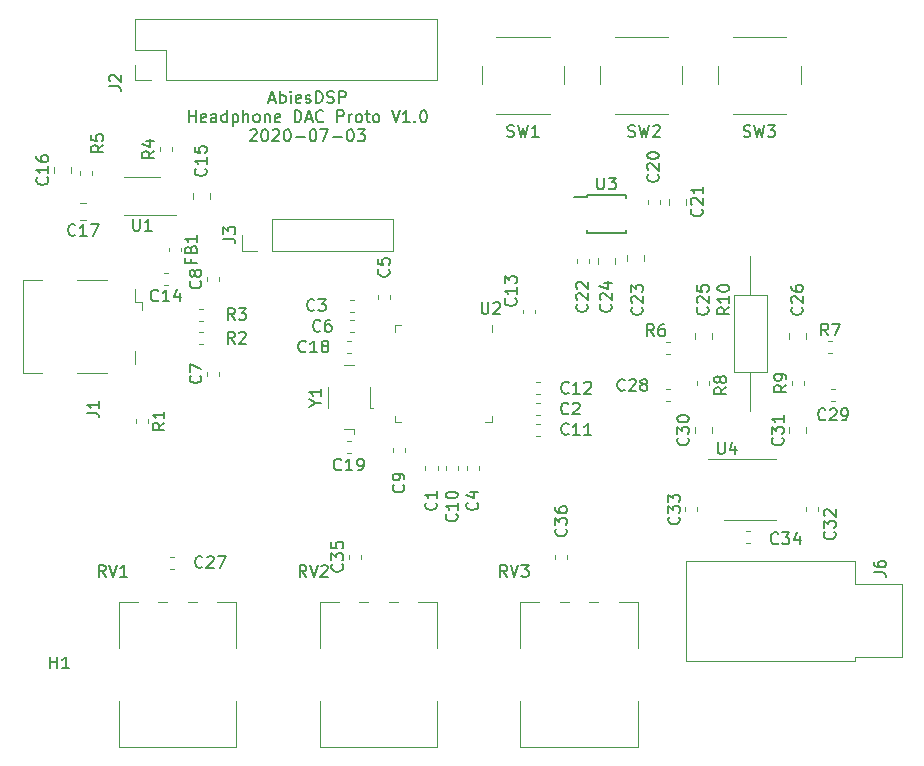
<source format=gbr>
%TF.GenerationSoftware,KiCad,Pcbnew,7.0.7*%
%TF.CreationDate,2023-09-03T16:08:26-07:00*%
%TF.ProjectId,headphone_dac,68656164-7068-46f6-9e65-5f6461632e6b,rev?*%
%TF.SameCoordinates,Original*%
%TF.FileFunction,Legend,Top*%
%TF.FilePolarity,Positive*%
%FSLAX46Y46*%
G04 Gerber Fmt 4.6, Leading zero omitted, Abs format (unit mm)*
G04 Created by KiCad (PCBNEW 7.0.7) date 2023-09-03 16:08:26*
%MOMM*%
%LPD*%
G01*
G04 APERTURE LIST*
%ADD10C,0.150000*%
%ADD11C,0.120000*%
G04 APERTURE END LIST*
D10*
X109761905Y-99809104D02*
X110238095Y-99809104D01*
X109666667Y-100094819D02*
X110000000Y-99094819D01*
X110000000Y-99094819D02*
X110333333Y-100094819D01*
X110666667Y-100094819D02*
X110666667Y-99094819D01*
X110666667Y-99475771D02*
X110761905Y-99428152D01*
X110761905Y-99428152D02*
X110952381Y-99428152D01*
X110952381Y-99428152D02*
X111047619Y-99475771D01*
X111047619Y-99475771D02*
X111095238Y-99523390D01*
X111095238Y-99523390D02*
X111142857Y-99618628D01*
X111142857Y-99618628D02*
X111142857Y-99904342D01*
X111142857Y-99904342D02*
X111095238Y-99999580D01*
X111095238Y-99999580D02*
X111047619Y-100047200D01*
X111047619Y-100047200D02*
X110952381Y-100094819D01*
X110952381Y-100094819D02*
X110761905Y-100094819D01*
X110761905Y-100094819D02*
X110666667Y-100047200D01*
X111571429Y-100094819D02*
X111571429Y-99428152D01*
X111571429Y-99094819D02*
X111523810Y-99142438D01*
X111523810Y-99142438D02*
X111571429Y-99190057D01*
X111571429Y-99190057D02*
X111619048Y-99142438D01*
X111619048Y-99142438D02*
X111571429Y-99094819D01*
X111571429Y-99094819D02*
X111571429Y-99190057D01*
X112428571Y-100047200D02*
X112333333Y-100094819D01*
X112333333Y-100094819D02*
X112142857Y-100094819D01*
X112142857Y-100094819D02*
X112047619Y-100047200D01*
X112047619Y-100047200D02*
X112000000Y-99951961D01*
X112000000Y-99951961D02*
X112000000Y-99571009D01*
X112000000Y-99571009D02*
X112047619Y-99475771D01*
X112047619Y-99475771D02*
X112142857Y-99428152D01*
X112142857Y-99428152D02*
X112333333Y-99428152D01*
X112333333Y-99428152D02*
X112428571Y-99475771D01*
X112428571Y-99475771D02*
X112476190Y-99571009D01*
X112476190Y-99571009D02*
X112476190Y-99666247D01*
X112476190Y-99666247D02*
X112000000Y-99761485D01*
X112857143Y-100047200D02*
X112952381Y-100094819D01*
X112952381Y-100094819D02*
X113142857Y-100094819D01*
X113142857Y-100094819D02*
X113238095Y-100047200D01*
X113238095Y-100047200D02*
X113285714Y-99951961D01*
X113285714Y-99951961D02*
X113285714Y-99904342D01*
X113285714Y-99904342D02*
X113238095Y-99809104D01*
X113238095Y-99809104D02*
X113142857Y-99761485D01*
X113142857Y-99761485D02*
X113000000Y-99761485D01*
X113000000Y-99761485D02*
X112904762Y-99713866D01*
X112904762Y-99713866D02*
X112857143Y-99618628D01*
X112857143Y-99618628D02*
X112857143Y-99571009D01*
X112857143Y-99571009D02*
X112904762Y-99475771D01*
X112904762Y-99475771D02*
X113000000Y-99428152D01*
X113000000Y-99428152D02*
X113142857Y-99428152D01*
X113142857Y-99428152D02*
X113238095Y-99475771D01*
X113714286Y-100094819D02*
X113714286Y-99094819D01*
X113714286Y-99094819D02*
X113952381Y-99094819D01*
X113952381Y-99094819D02*
X114095238Y-99142438D01*
X114095238Y-99142438D02*
X114190476Y-99237676D01*
X114190476Y-99237676D02*
X114238095Y-99332914D01*
X114238095Y-99332914D02*
X114285714Y-99523390D01*
X114285714Y-99523390D02*
X114285714Y-99666247D01*
X114285714Y-99666247D02*
X114238095Y-99856723D01*
X114238095Y-99856723D02*
X114190476Y-99951961D01*
X114190476Y-99951961D02*
X114095238Y-100047200D01*
X114095238Y-100047200D02*
X113952381Y-100094819D01*
X113952381Y-100094819D02*
X113714286Y-100094819D01*
X114666667Y-100047200D02*
X114809524Y-100094819D01*
X114809524Y-100094819D02*
X115047619Y-100094819D01*
X115047619Y-100094819D02*
X115142857Y-100047200D01*
X115142857Y-100047200D02*
X115190476Y-99999580D01*
X115190476Y-99999580D02*
X115238095Y-99904342D01*
X115238095Y-99904342D02*
X115238095Y-99809104D01*
X115238095Y-99809104D02*
X115190476Y-99713866D01*
X115190476Y-99713866D02*
X115142857Y-99666247D01*
X115142857Y-99666247D02*
X115047619Y-99618628D01*
X115047619Y-99618628D02*
X114857143Y-99571009D01*
X114857143Y-99571009D02*
X114761905Y-99523390D01*
X114761905Y-99523390D02*
X114714286Y-99475771D01*
X114714286Y-99475771D02*
X114666667Y-99380533D01*
X114666667Y-99380533D02*
X114666667Y-99285295D01*
X114666667Y-99285295D02*
X114714286Y-99190057D01*
X114714286Y-99190057D02*
X114761905Y-99142438D01*
X114761905Y-99142438D02*
X114857143Y-99094819D01*
X114857143Y-99094819D02*
X115095238Y-99094819D01*
X115095238Y-99094819D02*
X115238095Y-99142438D01*
X115666667Y-100094819D02*
X115666667Y-99094819D01*
X115666667Y-99094819D02*
X116047619Y-99094819D01*
X116047619Y-99094819D02*
X116142857Y-99142438D01*
X116142857Y-99142438D02*
X116190476Y-99190057D01*
X116190476Y-99190057D02*
X116238095Y-99285295D01*
X116238095Y-99285295D02*
X116238095Y-99428152D01*
X116238095Y-99428152D02*
X116190476Y-99523390D01*
X116190476Y-99523390D02*
X116142857Y-99571009D01*
X116142857Y-99571009D02*
X116047619Y-99618628D01*
X116047619Y-99618628D02*
X115666667Y-99618628D01*
X102952380Y-101704819D02*
X102952380Y-100704819D01*
X102952380Y-101181009D02*
X103523808Y-101181009D01*
X103523808Y-101704819D02*
X103523808Y-100704819D01*
X104380951Y-101657200D02*
X104285713Y-101704819D01*
X104285713Y-101704819D02*
X104095237Y-101704819D01*
X104095237Y-101704819D02*
X103999999Y-101657200D01*
X103999999Y-101657200D02*
X103952380Y-101561961D01*
X103952380Y-101561961D02*
X103952380Y-101181009D01*
X103952380Y-101181009D02*
X103999999Y-101085771D01*
X103999999Y-101085771D02*
X104095237Y-101038152D01*
X104095237Y-101038152D02*
X104285713Y-101038152D01*
X104285713Y-101038152D02*
X104380951Y-101085771D01*
X104380951Y-101085771D02*
X104428570Y-101181009D01*
X104428570Y-101181009D02*
X104428570Y-101276247D01*
X104428570Y-101276247D02*
X103952380Y-101371485D01*
X105285713Y-101704819D02*
X105285713Y-101181009D01*
X105285713Y-101181009D02*
X105238094Y-101085771D01*
X105238094Y-101085771D02*
X105142856Y-101038152D01*
X105142856Y-101038152D02*
X104952380Y-101038152D01*
X104952380Y-101038152D02*
X104857142Y-101085771D01*
X105285713Y-101657200D02*
X105190475Y-101704819D01*
X105190475Y-101704819D02*
X104952380Y-101704819D01*
X104952380Y-101704819D02*
X104857142Y-101657200D01*
X104857142Y-101657200D02*
X104809523Y-101561961D01*
X104809523Y-101561961D02*
X104809523Y-101466723D01*
X104809523Y-101466723D02*
X104857142Y-101371485D01*
X104857142Y-101371485D02*
X104952380Y-101323866D01*
X104952380Y-101323866D02*
X105190475Y-101323866D01*
X105190475Y-101323866D02*
X105285713Y-101276247D01*
X106190475Y-101704819D02*
X106190475Y-100704819D01*
X106190475Y-101657200D02*
X106095237Y-101704819D01*
X106095237Y-101704819D02*
X105904761Y-101704819D01*
X105904761Y-101704819D02*
X105809523Y-101657200D01*
X105809523Y-101657200D02*
X105761904Y-101609580D01*
X105761904Y-101609580D02*
X105714285Y-101514342D01*
X105714285Y-101514342D02*
X105714285Y-101228628D01*
X105714285Y-101228628D02*
X105761904Y-101133390D01*
X105761904Y-101133390D02*
X105809523Y-101085771D01*
X105809523Y-101085771D02*
X105904761Y-101038152D01*
X105904761Y-101038152D02*
X106095237Y-101038152D01*
X106095237Y-101038152D02*
X106190475Y-101085771D01*
X106666666Y-101038152D02*
X106666666Y-102038152D01*
X106666666Y-101085771D02*
X106761904Y-101038152D01*
X106761904Y-101038152D02*
X106952380Y-101038152D01*
X106952380Y-101038152D02*
X107047618Y-101085771D01*
X107047618Y-101085771D02*
X107095237Y-101133390D01*
X107095237Y-101133390D02*
X107142856Y-101228628D01*
X107142856Y-101228628D02*
X107142856Y-101514342D01*
X107142856Y-101514342D02*
X107095237Y-101609580D01*
X107095237Y-101609580D02*
X107047618Y-101657200D01*
X107047618Y-101657200D02*
X106952380Y-101704819D01*
X106952380Y-101704819D02*
X106761904Y-101704819D01*
X106761904Y-101704819D02*
X106666666Y-101657200D01*
X107571428Y-101704819D02*
X107571428Y-100704819D01*
X107999999Y-101704819D02*
X107999999Y-101181009D01*
X107999999Y-101181009D02*
X107952380Y-101085771D01*
X107952380Y-101085771D02*
X107857142Y-101038152D01*
X107857142Y-101038152D02*
X107714285Y-101038152D01*
X107714285Y-101038152D02*
X107619047Y-101085771D01*
X107619047Y-101085771D02*
X107571428Y-101133390D01*
X108619047Y-101704819D02*
X108523809Y-101657200D01*
X108523809Y-101657200D02*
X108476190Y-101609580D01*
X108476190Y-101609580D02*
X108428571Y-101514342D01*
X108428571Y-101514342D02*
X108428571Y-101228628D01*
X108428571Y-101228628D02*
X108476190Y-101133390D01*
X108476190Y-101133390D02*
X108523809Y-101085771D01*
X108523809Y-101085771D02*
X108619047Y-101038152D01*
X108619047Y-101038152D02*
X108761904Y-101038152D01*
X108761904Y-101038152D02*
X108857142Y-101085771D01*
X108857142Y-101085771D02*
X108904761Y-101133390D01*
X108904761Y-101133390D02*
X108952380Y-101228628D01*
X108952380Y-101228628D02*
X108952380Y-101514342D01*
X108952380Y-101514342D02*
X108904761Y-101609580D01*
X108904761Y-101609580D02*
X108857142Y-101657200D01*
X108857142Y-101657200D02*
X108761904Y-101704819D01*
X108761904Y-101704819D02*
X108619047Y-101704819D01*
X109380952Y-101038152D02*
X109380952Y-101704819D01*
X109380952Y-101133390D02*
X109428571Y-101085771D01*
X109428571Y-101085771D02*
X109523809Y-101038152D01*
X109523809Y-101038152D02*
X109666666Y-101038152D01*
X109666666Y-101038152D02*
X109761904Y-101085771D01*
X109761904Y-101085771D02*
X109809523Y-101181009D01*
X109809523Y-101181009D02*
X109809523Y-101704819D01*
X110666666Y-101657200D02*
X110571428Y-101704819D01*
X110571428Y-101704819D02*
X110380952Y-101704819D01*
X110380952Y-101704819D02*
X110285714Y-101657200D01*
X110285714Y-101657200D02*
X110238095Y-101561961D01*
X110238095Y-101561961D02*
X110238095Y-101181009D01*
X110238095Y-101181009D02*
X110285714Y-101085771D01*
X110285714Y-101085771D02*
X110380952Y-101038152D01*
X110380952Y-101038152D02*
X110571428Y-101038152D01*
X110571428Y-101038152D02*
X110666666Y-101085771D01*
X110666666Y-101085771D02*
X110714285Y-101181009D01*
X110714285Y-101181009D02*
X110714285Y-101276247D01*
X110714285Y-101276247D02*
X110238095Y-101371485D01*
X111904762Y-101704819D02*
X111904762Y-100704819D01*
X111904762Y-100704819D02*
X112142857Y-100704819D01*
X112142857Y-100704819D02*
X112285714Y-100752438D01*
X112285714Y-100752438D02*
X112380952Y-100847676D01*
X112380952Y-100847676D02*
X112428571Y-100942914D01*
X112428571Y-100942914D02*
X112476190Y-101133390D01*
X112476190Y-101133390D02*
X112476190Y-101276247D01*
X112476190Y-101276247D02*
X112428571Y-101466723D01*
X112428571Y-101466723D02*
X112380952Y-101561961D01*
X112380952Y-101561961D02*
X112285714Y-101657200D01*
X112285714Y-101657200D02*
X112142857Y-101704819D01*
X112142857Y-101704819D02*
X111904762Y-101704819D01*
X112857143Y-101419104D02*
X113333333Y-101419104D01*
X112761905Y-101704819D02*
X113095238Y-100704819D01*
X113095238Y-100704819D02*
X113428571Y-101704819D01*
X114333333Y-101609580D02*
X114285714Y-101657200D01*
X114285714Y-101657200D02*
X114142857Y-101704819D01*
X114142857Y-101704819D02*
X114047619Y-101704819D01*
X114047619Y-101704819D02*
X113904762Y-101657200D01*
X113904762Y-101657200D02*
X113809524Y-101561961D01*
X113809524Y-101561961D02*
X113761905Y-101466723D01*
X113761905Y-101466723D02*
X113714286Y-101276247D01*
X113714286Y-101276247D02*
X113714286Y-101133390D01*
X113714286Y-101133390D02*
X113761905Y-100942914D01*
X113761905Y-100942914D02*
X113809524Y-100847676D01*
X113809524Y-100847676D02*
X113904762Y-100752438D01*
X113904762Y-100752438D02*
X114047619Y-100704819D01*
X114047619Y-100704819D02*
X114142857Y-100704819D01*
X114142857Y-100704819D02*
X114285714Y-100752438D01*
X114285714Y-100752438D02*
X114333333Y-100800057D01*
X115523810Y-101704819D02*
X115523810Y-100704819D01*
X115523810Y-100704819D02*
X115904762Y-100704819D01*
X115904762Y-100704819D02*
X116000000Y-100752438D01*
X116000000Y-100752438D02*
X116047619Y-100800057D01*
X116047619Y-100800057D02*
X116095238Y-100895295D01*
X116095238Y-100895295D02*
X116095238Y-101038152D01*
X116095238Y-101038152D02*
X116047619Y-101133390D01*
X116047619Y-101133390D02*
X116000000Y-101181009D01*
X116000000Y-101181009D02*
X115904762Y-101228628D01*
X115904762Y-101228628D02*
X115523810Y-101228628D01*
X116523810Y-101704819D02*
X116523810Y-101038152D01*
X116523810Y-101228628D02*
X116571429Y-101133390D01*
X116571429Y-101133390D02*
X116619048Y-101085771D01*
X116619048Y-101085771D02*
X116714286Y-101038152D01*
X116714286Y-101038152D02*
X116809524Y-101038152D01*
X117285715Y-101704819D02*
X117190477Y-101657200D01*
X117190477Y-101657200D02*
X117142858Y-101609580D01*
X117142858Y-101609580D02*
X117095239Y-101514342D01*
X117095239Y-101514342D02*
X117095239Y-101228628D01*
X117095239Y-101228628D02*
X117142858Y-101133390D01*
X117142858Y-101133390D02*
X117190477Y-101085771D01*
X117190477Y-101085771D02*
X117285715Y-101038152D01*
X117285715Y-101038152D02*
X117428572Y-101038152D01*
X117428572Y-101038152D02*
X117523810Y-101085771D01*
X117523810Y-101085771D02*
X117571429Y-101133390D01*
X117571429Y-101133390D02*
X117619048Y-101228628D01*
X117619048Y-101228628D02*
X117619048Y-101514342D01*
X117619048Y-101514342D02*
X117571429Y-101609580D01*
X117571429Y-101609580D02*
X117523810Y-101657200D01*
X117523810Y-101657200D02*
X117428572Y-101704819D01*
X117428572Y-101704819D02*
X117285715Y-101704819D01*
X117904763Y-101038152D02*
X118285715Y-101038152D01*
X118047620Y-100704819D02*
X118047620Y-101561961D01*
X118047620Y-101561961D02*
X118095239Y-101657200D01*
X118095239Y-101657200D02*
X118190477Y-101704819D01*
X118190477Y-101704819D02*
X118285715Y-101704819D01*
X118761906Y-101704819D02*
X118666668Y-101657200D01*
X118666668Y-101657200D02*
X118619049Y-101609580D01*
X118619049Y-101609580D02*
X118571430Y-101514342D01*
X118571430Y-101514342D02*
X118571430Y-101228628D01*
X118571430Y-101228628D02*
X118619049Y-101133390D01*
X118619049Y-101133390D02*
X118666668Y-101085771D01*
X118666668Y-101085771D02*
X118761906Y-101038152D01*
X118761906Y-101038152D02*
X118904763Y-101038152D01*
X118904763Y-101038152D02*
X119000001Y-101085771D01*
X119000001Y-101085771D02*
X119047620Y-101133390D01*
X119047620Y-101133390D02*
X119095239Y-101228628D01*
X119095239Y-101228628D02*
X119095239Y-101514342D01*
X119095239Y-101514342D02*
X119047620Y-101609580D01*
X119047620Y-101609580D02*
X119000001Y-101657200D01*
X119000001Y-101657200D02*
X118904763Y-101704819D01*
X118904763Y-101704819D02*
X118761906Y-101704819D01*
X120142859Y-100704819D02*
X120476192Y-101704819D01*
X120476192Y-101704819D02*
X120809525Y-100704819D01*
X121666668Y-101704819D02*
X121095240Y-101704819D01*
X121380954Y-101704819D02*
X121380954Y-100704819D01*
X121380954Y-100704819D02*
X121285716Y-100847676D01*
X121285716Y-100847676D02*
X121190478Y-100942914D01*
X121190478Y-100942914D02*
X121095240Y-100990533D01*
X122095240Y-101609580D02*
X122142859Y-101657200D01*
X122142859Y-101657200D02*
X122095240Y-101704819D01*
X122095240Y-101704819D02*
X122047621Y-101657200D01*
X122047621Y-101657200D02*
X122095240Y-101609580D01*
X122095240Y-101609580D02*
X122095240Y-101704819D01*
X122761906Y-100704819D02*
X122857144Y-100704819D01*
X122857144Y-100704819D02*
X122952382Y-100752438D01*
X122952382Y-100752438D02*
X123000001Y-100800057D01*
X123000001Y-100800057D02*
X123047620Y-100895295D01*
X123047620Y-100895295D02*
X123095239Y-101085771D01*
X123095239Y-101085771D02*
X123095239Y-101323866D01*
X123095239Y-101323866D02*
X123047620Y-101514342D01*
X123047620Y-101514342D02*
X123000001Y-101609580D01*
X123000001Y-101609580D02*
X122952382Y-101657200D01*
X122952382Y-101657200D02*
X122857144Y-101704819D01*
X122857144Y-101704819D02*
X122761906Y-101704819D01*
X122761906Y-101704819D02*
X122666668Y-101657200D01*
X122666668Y-101657200D02*
X122619049Y-101609580D01*
X122619049Y-101609580D02*
X122571430Y-101514342D01*
X122571430Y-101514342D02*
X122523811Y-101323866D01*
X122523811Y-101323866D02*
X122523811Y-101085771D01*
X122523811Y-101085771D02*
X122571430Y-100895295D01*
X122571430Y-100895295D02*
X122619049Y-100800057D01*
X122619049Y-100800057D02*
X122666668Y-100752438D01*
X122666668Y-100752438D02*
X122761906Y-100704819D01*
X108142857Y-102410057D02*
X108190476Y-102362438D01*
X108190476Y-102362438D02*
X108285714Y-102314819D01*
X108285714Y-102314819D02*
X108523809Y-102314819D01*
X108523809Y-102314819D02*
X108619047Y-102362438D01*
X108619047Y-102362438D02*
X108666666Y-102410057D01*
X108666666Y-102410057D02*
X108714285Y-102505295D01*
X108714285Y-102505295D02*
X108714285Y-102600533D01*
X108714285Y-102600533D02*
X108666666Y-102743390D01*
X108666666Y-102743390D02*
X108095238Y-103314819D01*
X108095238Y-103314819D02*
X108714285Y-103314819D01*
X109333333Y-102314819D02*
X109428571Y-102314819D01*
X109428571Y-102314819D02*
X109523809Y-102362438D01*
X109523809Y-102362438D02*
X109571428Y-102410057D01*
X109571428Y-102410057D02*
X109619047Y-102505295D01*
X109619047Y-102505295D02*
X109666666Y-102695771D01*
X109666666Y-102695771D02*
X109666666Y-102933866D01*
X109666666Y-102933866D02*
X109619047Y-103124342D01*
X109619047Y-103124342D02*
X109571428Y-103219580D01*
X109571428Y-103219580D02*
X109523809Y-103267200D01*
X109523809Y-103267200D02*
X109428571Y-103314819D01*
X109428571Y-103314819D02*
X109333333Y-103314819D01*
X109333333Y-103314819D02*
X109238095Y-103267200D01*
X109238095Y-103267200D02*
X109190476Y-103219580D01*
X109190476Y-103219580D02*
X109142857Y-103124342D01*
X109142857Y-103124342D02*
X109095238Y-102933866D01*
X109095238Y-102933866D02*
X109095238Y-102695771D01*
X109095238Y-102695771D02*
X109142857Y-102505295D01*
X109142857Y-102505295D02*
X109190476Y-102410057D01*
X109190476Y-102410057D02*
X109238095Y-102362438D01*
X109238095Y-102362438D02*
X109333333Y-102314819D01*
X110047619Y-102410057D02*
X110095238Y-102362438D01*
X110095238Y-102362438D02*
X110190476Y-102314819D01*
X110190476Y-102314819D02*
X110428571Y-102314819D01*
X110428571Y-102314819D02*
X110523809Y-102362438D01*
X110523809Y-102362438D02*
X110571428Y-102410057D01*
X110571428Y-102410057D02*
X110619047Y-102505295D01*
X110619047Y-102505295D02*
X110619047Y-102600533D01*
X110619047Y-102600533D02*
X110571428Y-102743390D01*
X110571428Y-102743390D02*
X110000000Y-103314819D01*
X110000000Y-103314819D02*
X110619047Y-103314819D01*
X111238095Y-102314819D02*
X111333333Y-102314819D01*
X111333333Y-102314819D02*
X111428571Y-102362438D01*
X111428571Y-102362438D02*
X111476190Y-102410057D01*
X111476190Y-102410057D02*
X111523809Y-102505295D01*
X111523809Y-102505295D02*
X111571428Y-102695771D01*
X111571428Y-102695771D02*
X111571428Y-102933866D01*
X111571428Y-102933866D02*
X111523809Y-103124342D01*
X111523809Y-103124342D02*
X111476190Y-103219580D01*
X111476190Y-103219580D02*
X111428571Y-103267200D01*
X111428571Y-103267200D02*
X111333333Y-103314819D01*
X111333333Y-103314819D02*
X111238095Y-103314819D01*
X111238095Y-103314819D02*
X111142857Y-103267200D01*
X111142857Y-103267200D02*
X111095238Y-103219580D01*
X111095238Y-103219580D02*
X111047619Y-103124342D01*
X111047619Y-103124342D02*
X111000000Y-102933866D01*
X111000000Y-102933866D02*
X111000000Y-102695771D01*
X111000000Y-102695771D02*
X111047619Y-102505295D01*
X111047619Y-102505295D02*
X111095238Y-102410057D01*
X111095238Y-102410057D02*
X111142857Y-102362438D01*
X111142857Y-102362438D02*
X111238095Y-102314819D01*
X112000000Y-102933866D02*
X112761905Y-102933866D01*
X113428571Y-102314819D02*
X113523809Y-102314819D01*
X113523809Y-102314819D02*
X113619047Y-102362438D01*
X113619047Y-102362438D02*
X113666666Y-102410057D01*
X113666666Y-102410057D02*
X113714285Y-102505295D01*
X113714285Y-102505295D02*
X113761904Y-102695771D01*
X113761904Y-102695771D02*
X113761904Y-102933866D01*
X113761904Y-102933866D02*
X113714285Y-103124342D01*
X113714285Y-103124342D02*
X113666666Y-103219580D01*
X113666666Y-103219580D02*
X113619047Y-103267200D01*
X113619047Y-103267200D02*
X113523809Y-103314819D01*
X113523809Y-103314819D02*
X113428571Y-103314819D01*
X113428571Y-103314819D02*
X113333333Y-103267200D01*
X113333333Y-103267200D02*
X113285714Y-103219580D01*
X113285714Y-103219580D02*
X113238095Y-103124342D01*
X113238095Y-103124342D02*
X113190476Y-102933866D01*
X113190476Y-102933866D02*
X113190476Y-102695771D01*
X113190476Y-102695771D02*
X113238095Y-102505295D01*
X113238095Y-102505295D02*
X113285714Y-102410057D01*
X113285714Y-102410057D02*
X113333333Y-102362438D01*
X113333333Y-102362438D02*
X113428571Y-102314819D01*
X114095238Y-102314819D02*
X114761904Y-102314819D01*
X114761904Y-102314819D02*
X114333333Y-103314819D01*
X115142857Y-102933866D02*
X115904762Y-102933866D01*
X116571428Y-102314819D02*
X116666666Y-102314819D01*
X116666666Y-102314819D02*
X116761904Y-102362438D01*
X116761904Y-102362438D02*
X116809523Y-102410057D01*
X116809523Y-102410057D02*
X116857142Y-102505295D01*
X116857142Y-102505295D02*
X116904761Y-102695771D01*
X116904761Y-102695771D02*
X116904761Y-102933866D01*
X116904761Y-102933866D02*
X116857142Y-103124342D01*
X116857142Y-103124342D02*
X116809523Y-103219580D01*
X116809523Y-103219580D02*
X116761904Y-103267200D01*
X116761904Y-103267200D02*
X116666666Y-103314819D01*
X116666666Y-103314819D02*
X116571428Y-103314819D01*
X116571428Y-103314819D02*
X116476190Y-103267200D01*
X116476190Y-103267200D02*
X116428571Y-103219580D01*
X116428571Y-103219580D02*
X116380952Y-103124342D01*
X116380952Y-103124342D02*
X116333333Y-102933866D01*
X116333333Y-102933866D02*
X116333333Y-102695771D01*
X116333333Y-102695771D02*
X116380952Y-102505295D01*
X116380952Y-102505295D02*
X116428571Y-102410057D01*
X116428571Y-102410057D02*
X116476190Y-102362438D01*
X116476190Y-102362438D02*
X116571428Y-102314819D01*
X117238095Y-102314819D02*
X117857142Y-102314819D01*
X117857142Y-102314819D02*
X117523809Y-102695771D01*
X117523809Y-102695771D02*
X117666666Y-102695771D01*
X117666666Y-102695771D02*
X117761904Y-102743390D01*
X117761904Y-102743390D02*
X117809523Y-102791009D01*
X117809523Y-102791009D02*
X117857142Y-102886247D01*
X117857142Y-102886247D02*
X117857142Y-103124342D01*
X117857142Y-103124342D02*
X117809523Y-103219580D01*
X117809523Y-103219580D02*
X117761904Y-103267200D01*
X117761904Y-103267200D02*
X117666666Y-103314819D01*
X117666666Y-103314819D02*
X117380952Y-103314819D01*
X117380952Y-103314819D02*
X117285714Y-103267200D01*
X117285714Y-103267200D02*
X117238095Y-103219580D01*
X127738095Y-116954819D02*
X127738095Y-117764342D01*
X127738095Y-117764342D02*
X127785714Y-117859580D01*
X127785714Y-117859580D02*
X127833333Y-117907200D01*
X127833333Y-117907200D02*
X127928571Y-117954819D01*
X127928571Y-117954819D02*
X128119047Y-117954819D01*
X128119047Y-117954819D02*
X128214285Y-117907200D01*
X128214285Y-117907200D02*
X128261904Y-117859580D01*
X128261904Y-117859580D02*
X128309523Y-117764342D01*
X128309523Y-117764342D02*
X128309523Y-116954819D01*
X128738095Y-117050057D02*
X128785714Y-117002438D01*
X128785714Y-117002438D02*
X128880952Y-116954819D01*
X128880952Y-116954819D02*
X129119047Y-116954819D01*
X129119047Y-116954819D02*
X129214285Y-117002438D01*
X129214285Y-117002438D02*
X129261904Y-117050057D01*
X129261904Y-117050057D02*
X129309523Y-117145295D01*
X129309523Y-117145295D02*
X129309523Y-117240533D01*
X129309523Y-117240533D02*
X129261904Y-117383390D01*
X129261904Y-117383390D02*
X128690476Y-117954819D01*
X128690476Y-117954819D02*
X129309523Y-117954819D01*
X129904761Y-140204819D02*
X129571428Y-139728628D01*
X129333333Y-140204819D02*
X129333333Y-139204819D01*
X129333333Y-139204819D02*
X129714285Y-139204819D01*
X129714285Y-139204819D02*
X129809523Y-139252438D01*
X129809523Y-139252438D02*
X129857142Y-139300057D01*
X129857142Y-139300057D02*
X129904761Y-139395295D01*
X129904761Y-139395295D02*
X129904761Y-139538152D01*
X129904761Y-139538152D02*
X129857142Y-139633390D01*
X129857142Y-139633390D02*
X129809523Y-139681009D01*
X129809523Y-139681009D02*
X129714285Y-139728628D01*
X129714285Y-139728628D02*
X129333333Y-139728628D01*
X130190476Y-139204819D02*
X130523809Y-140204819D01*
X130523809Y-140204819D02*
X130857142Y-139204819D01*
X131095238Y-139204819D02*
X131714285Y-139204819D01*
X131714285Y-139204819D02*
X131380952Y-139585771D01*
X131380952Y-139585771D02*
X131523809Y-139585771D01*
X131523809Y-139585771D02*
X131619047Y-139633390D01*
X131619047Y-139633390D02*
X131666666Y-139681009D01*
X131666666Y-139681009D02*
X131714285Y-139776247D01*
X131714285Y-139776247D02*
X131714285Y-140014342D01*
X131714285Y-140014342D02*
X131666666Y-140109580D01*
X131666666Y-140109580D02*
X131619047Y-140157200D01*
X131619047Y-140157200D02*
X131523809Y-140204819D01*
X131523809Y-140204819D02*
X131238095Y-140204819D01*
X131238095Y-140204819D02*
X131142857Y-140157200D01*
X131142857Y-140157200D02*
X131095238Y-140109580D01*
X123859580Y-133916666D02*
X123907200Y-133964285D01*
X123907200Y-133964285D02*
X123954819Y-134107142D01*
X123954819Y-134107142D02*
X123954819Y-134202380D01*
X123954819Y-134202380D02*
X123907200Y-134345237D01*
X123907200Y-134345237D02*
X123811961Y-134440475D01*
X123811961Y-134440475D02*
X123716723Y-134488094D01*
X123716723Y-134488094D02*
X123526247Y-134535713D01*
X123526247Y-134535713D02*
X123383390Y-134535713D01*
X123383390Y-134535713D02*
X123192914Y-134488094D01*
X123192914Y-134488094D02*
X123097676Y-134440475D01*
X123097676Y-134440475D02*
X123002438Y-134345237D01*
X123002438Y-134345237D02*
X122954819Y-134202380D01*
X122954819Y-134202380D02*
X122954819Y-134107142D01*
X122954819Y-134107142D02*
X123002438Y-133964285D01*
X123002438Y-133964285D02*
X123050057Y-133916666D01*
X123954819Y-132964285D02*
X123954819Y-133535713D01*
X123954819Y-133249999D02*
X122954819Y-133249999D01*
X122954819Y-133249999D02*
X123097676Y-133345237D01*
X123097676Y-133345237D02*
X123192914Y-133440475D01*
X123192914Y-133440475D02*
X123240533Y-133535713D01*
X135083333Y-126359580D02*
X135035714Y-126407200D01*
X135035714Y-126407200D02*
X134892857Y-126454819D01*
X134892857Y-126454819D02*
X134797619Y-126454819D01*
X134797619Y-126454819D02*
X134654762Y-126407200D01*
X134654762Y-126407200D02*
X134559524Y-126311961D01*
X134559524Y-126311961D02*
X134511905Y-126216723D01*
X134511905Y-126216723D02*
X134464286Y-126026247D01*
X134464286Y-126026247D02*
X134464286Y-125883390D01*
X134464286Y-125883390D02*
X134511905Y-125692914D01*
X134511905Y-125692914D02*
X134559524Y-125597676D01*
X134559524Y-125597676D02*
X134654762Y-125502438D01*
X134654762Y-125502438D02*
X134797619Y-125454819D01*
X134797619Y-125454819D02*
X134892857Y-125454819D01*
X134892857Y-125454819D02*
X135035714Y-125502438D01*
X135035714Y-125502438D02*
X135083333Y-125550057D01*
X135464286Y-125550057D02*
X135511905Y-125502438D01*
X135511905Y-125502438D02*
X135607143Y-125454819D01*
X135607143Y-125454819D02*
X135845238Y-125454819D01*
X135845238Y-125454819D02*
X135940476Y-125502438D01*
X135940476Y-125502438D02*
X135988095Y-125550057D01*
X135988095Y-125550057D02*
X136035714Y-125645295D01*
X136035714Y-125645295D02*
X136035714Y-125740533D01*
X136035714Y-125740533D02*
X135988095Y-125883390D01*
X135988095Y-125883390D02*
X135416667Y-126454819D01*
X135416667Y-126454819D02*
X136035714Y-126454819D01*
X113583333Y-117609580D02*
X113535714Y-117657200D01*
X113535714Y-117657200D02*
X113392857Y-117704819D01*
X113392857Y-117704819D02*
X113297619Y-117704819D01*
X113297619Y-117704819D02*
X113154762Y-117657200D01*
X113154762Y-117657200D02*
X113059524Y-117561961D01*
X113059524Y-117561961D02*
X113011905Y-117466723D01*
X113011905Y-117466723D02*
X112964286Y-117276247D01*
X112964286Y-117276247D02*
X112964286Y-117133390D01*
X112964286Y-117133390D02*
X113011905Y-116942914D01*
X113011905Y-116942914D02*
X113059524Y-116847676D01*
X113059524Y-116847676D02*
X113154762Y-116752438D01*
X113154762Y-116752438D02*
X113297619Y-116704819D01*
X113297619Y-116704819D02*
X113392857Y-116704819D01*
X113392857Y-116704819D02*
X113535714Y-116752438D01*
X113535714Y-116752438D02*
X113583333Y-116800057D01*
X113916667Y-116704819D02*
X114535714Y-116704819D01*
X114535714Y-116704819D02*
X114202381Y-117085771D01*
X114202381Y-117085771D02*
X114345238Y-117085771D01*
X114345238Y-117085771D02*
X114440476Y-117133390D01*
X114440476Y-117133390D02*
X114488095Y-117181009D01*
X114488095Y-117181009D02*
X114535714Y-117276247D01*
X114535714Y-117276247D02*
X114535714Y-117514342D01*
X114535714Y-117514342D02*
X114488095Y-117609580D01*
X114488095Y-117609580D02*
X114440476Y-117657200D01*
X114440476Y-117657200D02*
X114345238Y-117704819D01*
X114345238Y-117704819D02*
X114059524Y-117704819D01*
X114059524Y-117704819D02*
X113964286Y-117657200D01*
X113964286Y-117657200D02*
X113916667Y-117609580D01*
X127359580Y-133916666D02*
X127407200Y-133964285D01*
X127407200Y-133964285D02*
X127454819Y-134107142D01*
X127454819Y-134107142D02*
X127454819Y-134202380D01*
X127454819Y-134202380D02*
X127407200Y-134345237D01*
X127407200Y-134345237D02*
X127311961Y-134440475D01*
X127311961Y-134440475D02*
X127216723Y-134488094D01*
X127216723Y-134488094D02*
X127026247Y-134535713D01*
X127026247Y-134535713D02*
X126883390Y-134535713D01*
X126883390Y-134535713D02*
X126692914Y-134488094D01*
X126692914Y-134488094D02*
X126597676Y-134440475D01*
X126597676Y-134440475D02*
X126502438Y-134345237D01*
X126502438Y-134345237D02*
X126454819Y-134202380D01*
X126454819Y-134202380D02*
X126454819Y-134107142D01*
X126454819Y-134107142D02*
X126502438Y-133964285D01*
X126502438Y-133964285D02*
X126550057Y-133916666D01*
X126788152Y-133059523D02*
X127454819Y-133059523D01*
X126407200Y-133297618D02*
X127121485Y-133535713D01*
X127121485Y-133535713D02*
X127121485Y-132916666D01*
X119859580Y-114166666D02*
X119907200Y-114214285D01*
X119907200Y-114214285D02*
X119954819Y-114357142D01*
X119954819Y-114357142D02*
X119954819Y-114452380D01*
X119954819Y-114452380D02*
X119907200Y-114595237D01*
X119907200Y-114595237D02*
X119811961Y-114690475D01*
X119811961Y-114690475D02*
X119716723Y-114738094D01*
X119716723Y-114738094D02*
X119526247Y-114785713D01*
X119526247Y-114785713D02*
X119383390Y-114785713D01*
X119383390Y-114785713D02*
X119192914Y-114738094D01*
X119192914Y-114738094D02*
X119097676Y-114690475D01*
X119097676Y-114690475D02*
X119002438Y-114595237D01*
X119002438Y-114595237D02*
X118954819Y-114452380D01*
X118954819Y-114452380D02*
X118954819Y-114357142D01*
X118954819Y-114357142D02*
X119002438Y-114214285D01*
X119002438Y-114214285D02*
X119050057Y-114166666D01*
X118954819Y-113261904D02*
X118954819Y-113738094D01*
X118954819Y-113738094D02*
X119431009Y-113785713D01*
X119431009Y-113785713D02*
X119383390Y-113738094D01*
X119383390Y-113738094D02*
X119335771Y-113642856D01*
X119335771Y-113642856D02*
X119335771Y-113404761D01*
X119335771Y-113404761D02*
X119383390Y-113309523D01*
X119383390Y-113309523D02*
X119431009Y-113261904D01*
X119431009Y-113261904D02*
X119526247Y-113214285D01*
X119526247Y-113214285D02*
X119764342Y-113214285D01*
X119764342Y-113214285D02*
X119859580Y-113261904D01*
X119859580Y-113261904D02*
X119907200Y-113309523D01*
X119907200Y-113309523D02*
X119954819Y-113404761D01*
X119954819Y-113404761D02*
X119954819Y-113642856D01*
X119954819Y-113642856D02*
X119907200Y-113738094D01*
X119907200Y-113738094D02*
X119859580Y-113785713D01*
X114083333Y-119359580D02*
X114035714Y-119407200D01*
X114035714Y-119407200D02*
X113892857Y-119454819D01*
X113892857Y-119454819D02*
X113797619Y-119454819D01*
X113797619Y-119454819D02*
X113654762Y-119407200D01*
X113654762Y-119407200D02*
X113559524Y-119311961D01*
X113559524Y-119311961D02*
X113511905Y-119216723D01*
X113511905Y-119216723D02*
X113464286Y-119026247D01*
X113464286Y-119026247D02*
X113464286Y-118883390D01*
X113464286Y-118883390D02*
X113511905Y-118692914D01*
X113511905Y-118692914D02*
X113559524Y-118597676D01*
X113559524Y-118597676D02*
X113654762Y-118502438D01*
X113654762Y-118502438D02*
X113797619Y-118454819D01*
X113797619Y-118454819D02*
X113892857Y-118454819D01*
X113892857Y-118454819D02*
X114035714Y-118502438D01*
X114035714Y-118502438D02*
X114083333Y-118550057D01*
X114940476Y-118454819D02*
X114750000Y-118454819D01*
X114750000Y-118454819D02*
X114654762Y-118502438D01*
X114654762Y-118502438D02*
X114607143Y-118550057D01*
X114607143Y-118550057D02*
X114511905Y-118692914D01*
X114511905Y-118692914D02*
X114464286Y-118883390D01*
X114464286Y-118883390D02*
X114464286Y-119264342D01*
X114464286Y-119264342D02*
X114511905Y-119359580D01*
X114511905Y-119359580D02*
X114559524Y-119407200D01*
X114559524Y-119407200D02*
X114654762Y-119454819D01*
X114654762Y-119454819D02*
X114845238Y-119454819D01*
X114845238Y-119454819D02*
X114940476Y-119407200D01*
X114940476Y-119407200D02*
X114988095Y-119359580D01*
X114988095Y-119359580D02*
X115035714Y-119264342D01*
X115035714Y-119264342D02*
X115035714Y-119026247D01*
X115035714Y-119026247D02*
X114988095Y-118931009D01*
X114988095Y-118931009D02*
X114940476Y-118883390D01*
X114940476Y-118883390D02*
X114845238Y-118835771D01*
X114845238Y-118835771D02*
X114654762Y-118835771D01*
X114654762Y-118835771D02*
X114559524Y-118883390D01*
X114559524Y-118883390D02*
X114511905Y-118931009D01*
X114511905Y-118931009D02*
X114464286Y-119026247D01*
X103929580Y-115166666D02*
X103977200Y-115214285D01*
X103977200Y-115214285D02*
X104024819Y-115357142D01*
X104024819Y-115357142D02*
X104024819Y-115452380D01*
X104024819Y-115452380D02*
X103977200Y-115595237D01*
X103977200Y-115595237D02*
X103881961Y-115690475D01*
X103881961Y-115690475D02*
X103786723Y-115738094D01*
X103786723Y-115738094D02*
X103596247Y-115785713D01*
X103596247Y-115785713D02*
X103453390Y-115785713D01*
X103453390Y-115785713D02*
X103262914Y-115738094D01*
X103262914Y-115738094D02*
X103167676Y-115690475D01*
X103167676Y-115690475D02*
X103072438Y-115595237D01*
X103072438Y-115595237D02*
X103024819Y-115452380D01*
X103024819Y-115452380D02*
X103024819Y-115357142D01*
X103024819Y-115357142D02*
X103072438Y-115214285D01*
X103072438Y-115214285D02*
X103120057Y-115166666D01*
X103453390Y-114595237D02*
X103405771Y-114690475D01*
X103405771Y-114690475D02*
X103358152Y-114738094D01*
X103358152Y-114738094D02*
X103262914Y-114785713D01*
X103262914Y-114785713D02*
X103215295Y-114785713D01*
X103215295Y-114785713D02*
X103120057Y-114738094D01*
X103120057Y-114738094D02*
X103072438Y-114690475D01*
X103072438Y-114690475D02*
X103024819Y-114595237D01*
X103024819Y-114595237D02*
X103024819Y-114404761D01*
X103024819Y-114404761D02*
X103072438Y-114309523D01*
X103072438Y-114309523D02*
X103120057Y-114261904D01*
X103120057Y-114261904D02*
X103215295Y-114214285D01*
X103215295Y-114214285D02*
X103262914Y-114214285D01*
X103262914Y-114214285D02*
X103358152Y-114261904D01*
X103358152Y-114261904D02*
X103405771Y-114309523D01*
X103405771Y-114309523D02*
X103453390Y-114404761D01*
X103453390Y-114404761D02*
X103453390Y-114595237D01*
X103453390Y-114595237D02*
X103501009Y-114690475D01*
X103501009Y-114690475D02*
X103548628Y-114738094D01*
X103548628Y-114738094D02*
X103643866Y-114785713D01*
X103643866Y-114785713D02*
X103834342Y-114785713D01*
X103834342Y-114785713D02*
X103929580Y-114738094D01*
X103929580Y-114738094D02*
X103977200Y-114690475D01*
X103977200Y-114690475D02*
X104024819Y-114595237D01*
X104024819Y-114595237D02*
X104024819Y-114404761D01*
X104024819Y-114404761D02*
X103977200Y-114309523D01*
X103977200Y-114309523D02*
X103929580Y-114261904D01*
X103929580Y-114261904D02*
X103834342Y-114214285D01*
X103834342Y-114214285D02*
X103643866Y-114214285D01*
X103643866Y-114214285D02*
X103548628Y-114261904D01*
X103548628Y-114261904D02*
X103501009Y-114309523D01*
X103501009Y-114309523D02*
X103453390Y-114404761D01*
X121109580Y-132416666D02*
X121157200Y-132464285D01*
X121157200Y-132464285D02*
X121204819Y-132607142D01*
X121204819Y-132607142D02*
X121204819Y-132702380D01*
X121204819Y-132702380D02*
X121157200Y-132845237D01*
X121157200Y-132845237D02*
X121061961Y-132940475D01*
X121061961Y-132940475D02*
X120966723Y-132988094D01*
X120966723Y-132988094D02*
X120776247Y-133035713D01*
X120776247Y-133035713D02*
X120633390Y-133035713D01*
X120633390Y-133035713D02*
X120442914Y-132988094D01*
X120442914Y-132988094D02*
X120347676Y-132940475D01*
X120347676Y-132940475D02*
X120252438Y-132845237D01*
X120252438Y-132845237D02*
X120204819Y-132702380D01*
X120204819Y-132702380D02*
X120204819Y-132607142D01*
X120204819Y-132607142D02*
X120252438Y-132464285D01*
X120252438Y-132464285D02*
X120300057Y-132416666D01*
X121204819Y-131940475D02*
X121204819Y-131749999D01*
X121204819Y-131749999D02*
X121157200Y-131654761D01*
X121157200Y-131654761D02*
X121109580Y-131607142D01*
X121109580Y-131607142D02*
X120966723Y-131511904D01*
X120966723Y-131511904D02*
X120776247Y-131464285D01*
X120776247Y-131464285D02*
X120395295Y-131464285D01*
X120395295Y-131464285D02*
X120300057Y-131511904D01*
X120300057Y-131511904D02*
X120252438Y-131559523D01*
X120252438Y-131559523D02*
X120204819Y-131654761D01*
X120204819Y-131654761D02*
X120204819Y-131845237D01*
X120204819Y-131845237D02*
X120252438Y-131940475D01*
X120252438Y-131940475D02*
X120300057Y-131988094D01*
X120300057Y-131988094D02*
X120395295Y-132035713D01*
X120395295Y-132035713D02*
X120633390Y-132035713D01*
X120633390Y-132035713D02*
X120728628Y-131988094D01*
X120728628Y-131988094D02*
X120776247Y-131940475D01*
X120776247Y-131940475D02*
X120823866Y-131845237D01*
X120823866Y-131845237D02*
X120823866Y-131654761D01*
X120823866Y-131654761D02*
X120776247Y-131559523D01*
X120776247Y-131559523D02*
X120728628Y-131511904D01*
X120728628Y-131511904D02*
X120633390Y-131464285D01*
X125609580Y-134892857D02*
X125657200Y-134940476D01*
X125657200Y-134940476D02*
X125704819Y-135083333D01*
X125704819Y-135083333D02*
X125704819Y-135178571D01*
X125704819Y-135178571D02*
X125657200Y-135321428D01*
X125657200Y-135321428D02*
X125561961Y-135416666D01*
X125561961Y-135416666D02*
X125466723Y-135464285D01*
X125466723Y-135464285D02*
X125276247Y-135511904D01*
X125276247Y-135511904D02*
X125133390Y-135511904D01*
X125133390Y-135511904D02*
X124942914Y-135464285D01*
X124942914Y-135464285D02*
X124847676Y-135416666D01*
X124847676Y-135416666D02*
X124752438Y-135321428D01*
X124752438Y-135321428D02*
X124704819Y-135178571D01*
X124704819Y-135178571D02*
X124704819Y-135083333D01*
X124704819Y-135083333D02*
X124752438Y-134940476D01*
X124752438Y-134940476D02*
X124800057Y-134892857D01*
X125704819Y-133940476D02*
X125704819Y-134511904D01*
X125704819Y-134226190D02*
X124704819Y-134226190D01*
X124704819Y-134226190D02*
X124847676Y-134321428D01*
X124847676Y-134321428D02*
X124942914Y-134416666D01*
X124942914Y-134416666D02*
X124990533Y-134511904D01*
X124704819Y-133321428D02*
X124704819Y-133226190D01*
X124704819Y-133226190D02*
X124752438Y-133130952D01*
X124752438Y-133130952D02*
X124800057Y-133083333D01*
X124800057Y-133083333D02*
X124895295Y-133035714D01*
X124895295Y-133035714D02*
X125085771Y-132988095D01*
X125085771Y-132988095D02*
X125323866Y-132988095D01*
X125323866Y-132988095D02*
X125514342Y-133035714D01*
X125514342Y-133035714D02*
X125609580Y-133083333D01*
X125609580Y-133083333D02*
X125657200Y-133130952D01*
X125657200Y-133130952D02*
X125704819Y-133226190D01*
X125704819Y-133226190D02*
X125704819Y-133321428D01*
X125704819Y-133321428D02*
X125657200Y-133416666D01*
X125657200Y-133416666D02*
X125609580Y-133464285D01*
X125609580Y-133464285D02*
X125514342Y-133511904D01*
X125514342Y-133511904D02*
X125323866Y-133559523D01*
X125323866Y-133559523D02*
X125085771Y-133559523D01*
X125085771Y-133559523D02*
X124895295Y-133511904D01*
X124895295Y-133511904D02*
X124800057Y-133464285D01*
X124800057Y-133464285D02*
X124752438Y-133416666D01*
X124752438Y-133416666D02*
X124704819Y-133321428D01*
X135107142Y-128109580D02*
X135059523Y-128157200D01*
X135059523Y-128157200D02*
X134916666Y-128204819D01*
X134916666Y-128204819D02*
X134821428Y-128204819D01*
X134821428Y-128204819D02*
X134678571Y-128157200D01*
X134678571Y-128157200D02*
X134583333Y-128061961D01*
X134583333Y-128061961D02*
X134535714Y-127966723D01*
X134535714Y-127966723D02*
X134488095Y-127776247D01*
X134488095Y-127776247D02*
X134488095Y-127633390D01*
X134488095Y-127633390D02*
X134535714Y-127442914D01*
X134535714Y-127442914D02*
X134583333Y-127347676D01*
X134583333Y-127347676D02*
X134678571Y-127252438D01*
X134678571Y-127252438D02*
X134821428Y-127204819D01*
X134821428Y-127204819D02*
X134916666Y-127204819D01*
X134916666Y-127204819D02*
X135059523Y-127252438D01*
X135059523Y-127252438D02*
X135107142Y-127300057D01*
X136059523Y-128204819D02*
X135488095Y-128204819D01*
X135773809Y-128204819D02*
X135773809Y-127204819D01*
X135773809Y-127204819D02*
X135678571Y-127347676D01*
X135678571Y-127347676D02*
X135583333Y-127442914D01*
X135583333Y-127442914D02*
X135488095Y-127490533D01*
X137011904Y-128204819D02*
X136440476Y-128204819D01*
X136726190Y-128204819D02*
X136726190Y-127204819D01*
X136726190Y-127204819D02*
X136630952Y-127347676D01*
X136630952Y-127347676D02*
X136535714Y-127442914D01*
X136535714Y-127442914D02*
X136440476Y-127490533D01*
X135107142Y-124609580D02*
X135059523Y-124657200D01*
X135059523Y-124657200D02*
X134916666Y-124704819D01*
X134916666Y-124704819D02*
X134821428Y-124704819D01*
X134821428Y-124704819D02*
X134678571Y-124657200D01*
X134678571Y-124657200D02*
X134583333Y-124561961D01*
X134583333Y-124561961D02*
X134535714Y-124466723D01*
X134535714Y-124466723D02*
X134488095Y-124276247D01*
X134488095Y-124276247D02*
X134488095Y-124133390D01*
X134488095Y-124133390D02*
X134535714Y-123942914D01*
X134535714Y-123942914D02*
X134583333Y-123847676D01*
X134583333Y-123847676D02*
X134678571Y-123752438D01*
X134678571Y-123752438D02*
X134821428Y-123704819D01*
X134821428Y-123704819D02*
X134916666Y-123704819D01*
X134916666Y-123704819D02*
X135059523Y-123752438D01*
X135059523Y-123752438D02*
X135107142Y-123800057D01*
X136059523Y-124704819D02*
X135488095Y-124704819D01*
X135773809Y-124704819D02*
X135773809Y-123704819D01*
X135773809Y-123704819D02*
X135678571Y-123847676D01*
X135678571Y-123847676D02*
X135583333Y-123942914D01*
X135583333Y-123942914D02*
X135488095Y-123990533D01*
X136440476Y-123800057D02*
X136488095Y-123752438D01*
X136488095Y-123752438D02*
X136583333Y-123704819D01*
X136583333Y-123704819D02*
X136821428Y-123704819D01*
X136821428Y-123704819D02*
X136916666Y-123752438D01*
X136916666Y-123752438D02*
X136964285Y-123800057D01*
X136964285Y-123800057D02*
X137011904Y-123895295D01*
X137011904Y-123895295D02*
X137011904Y-123990533D01*
X137011904Y-123990533D02*
X136964285Y-124133390D01*
X136964285Y-124133390D02*
X136392857Y-124704819D01*
X136392857Y-124704819D02*
X137011904Y-124704819D01*
X100357142Y-116789580D02*
X100309523Y-116837200D01*
X100309523Y-116837200D02*
X100166666Y-116884819D01*
X100166666Y-116884819D02*
X100071428Y-116884819D01*
X100071428Y-116884819D02*
X99928571Y-116837200D01*
X99928571Y-116837200D02*
X99833333Y-116741961D01*
X99833333Y-116741961D02*
X99785714Y-116646723D01*
X99785714Y-116646723D02*
X99738095Y-116456247D01*
X99738095Y-116456247D02*
X99738095Y-116313390D01*
X99738095Y-116313390D02*
X99785714Y-116122914D01*
X99785714Y-116122914D02*
X99833333Y-116027676D01*
X99833333Y-116027676D02*
X99928571Y-115932438D01*
X99928571Y-115932438D02*
X100071428Y-115884819D01*
X100071428Y-115884819D02*
X100166666Y-115884819D01*
X100166666Y-115884819D02*
X100309523Y-115932438D01*
X100309523Y-115932438D02*
X100357142Y-115980057D01*
X101309523Y-116884819D02*
X100738095Y-116884819D01*
X101023809Y-116884819D02*
X101023809Y-115884819D01*
X101023809Y-115884819D02*
X100928571Y-116027676D01*
X100928571Y-116027676D02*
X100833333Y-116122914D01*
X100833333Y-116122914D02*
X100738095Y-116170533D01*
X102166666Y-116218152D02*
X102166666Y-116884819D01*
X101928571Y-115837200D02*
X101690476Y-116551485D01*
X101690476Y-116551485D02*
X102309523Y-116551485D01*
X104359580Y-105642857D02*
X104407200Y-105690476D01*
X104407200Y-105690476D02*
X104454819Y-105833333D01*
X104454819Y-105833333D02*
X104454819Y-105928571D01*
X104454819Y-105928571D02*
X104407200Y-106071428D01*
X104407200Y-106071428D02*
X104311961Y-106166666D01*
X104311961Y-106166666D02*
X104216723Y-106214285D01*
X104216723Y-106214285D02*
X104026247Y-106261904D01*
X104026247Y-106261904D02*
X103883390Y-106261904D01*
X103883390Y-106261904D02*
X103692914Y-106214285D01*
X103692914Y-106214285D02*
X103597676Y-106166666D01*
X103597676Y-106166666D02*
X103502438Y-106071428D01*
X103502438Y-106071428D02*
X103454819Y-105928571D01*
X103454819Y-105928571D02*
X103454819Y-105833333D01*
X103454819Y-105833333D02*
X103502438Y-105690476D01*
X103502438Y-105690476D02*
X103550057Y-105642857D01*
X104454819Y-104690476D02*
X104454819Y-105261904D01*
X104454819Y-104976190D02*
X103454819Y-104976190D01*
X103454819Y-104976190D02*
X103597676Y-105071428D01*
X103597676Y-105071428D02*
X103692914Y-105166666D01*
X103692914Y-105166666D02*
X103740533Y-105261904D01*
X103454819Y-103785714D02*
X103454819Y-104261904D01*
X103454819Y-104261904D02*
X103931009Y-104309523D01*
X103931009Y-104309523D02*
X103883390Y-104261904D01*
X103883390Y-104261904D02*
X103835771Y-104166666D01*
X103835771Y-104166666D02*
X103835771Y-103928571D01*
X103835771Y-103928571D02*
X103883390Y-103833333D01*
X103883390Y-103833333D02*
X103931009Y-103785714D01*
X103931009Y-103785714D02*
X104026247Y-103738095D01*
X104026247Y-103738095D02*
X104264342Y-103738095D01*
X104264342Y-103738095D02*
X104359580Y-103785714D01*
X104359580Y-103785714D02*
X104407200Y-103833333D01*
X104407200Y-103833333D02*
X104454819Y-103928571D01*
X104454819Y-103928571D02*
X104454819Y-104166666D01*
X104454819Y-104166666D02*
X104407200Y-104261904D01*
X104407200Y-104261904D02*
X104359580Y-104309523D01*
X90959580Y-106392857D02*
X91007200Y-106440476D01*
X91007200Y-106440476D02*
X91054819Y-106583333D01*
X91054819Y-106583333D02*
X91054819Y-106678571D01*
X91054819Y-106678571D02*
X91007200Y-106821428D01*
X91007200Y-106821428D02*
X90911961Y-106916666D01*
X90911961Y-106916666D02*
X90816723Y-106964285D01*
X90816723Y-106964285D02*
X90626247Y-107011904D01*
X90626247Y-107011904D02*
X90483390Y-107011904D01*
X90483390Y-107011904D02*
X90292914Y-106964285D01*
X90292914Y-106964285D02*
X90197676Y-106916666D01*
X90197676Y-106916666D02*
X90102438Y-106821428D01*
X90102438Y-106821428D02*
X90054819Y-106678571D01*
X90054819Y-106678571D02*
X90054819Y-106583333D01*
X90054819Y-106583333D02*
X90102438Y-106440476D01*
X90102438Y-106440476D02*
X90150057Y-106392857D01*
X91054819Y-105440476D02*
X91054819Y-106011904D01*
X91054819Y-105726190D02*
X90054819Y-105726190D01*
X90054819Y-105726190D02*
X90197676Y-105821428D01*
X90197676Y-105821428D02*
X90292914Y-105916666D01*
X90292914Y-105916666D02*
X90340533Y-106011904D01*
X90054819Y-104583333D02*
X90054819Y-104773809D01*
X90054819Y-104773809D02*
X90102438Y-104869047D01*
X90102438Y-104869047D02*
X90150057Y-104916666D01*
X90150057Y-104916666D02*
X90292914Y-105011904D01*
X90292914Y-105011904D02*
X90483390Y-105059523D01*
X90483390Y-105059523D02*
X90864342Y-105059523D01*
X90864342Y-105059523D02*
X90959580Y-105011904D01*
X90959580Y-105011904D02*
X91007200Y-104964285D01*
X91007200Y-104964285D02*
X91054819Y-104869047D01*
X91054819Y-104869047D02*
X91054819Y-104678571D01*
X91054819Y-104678571D02*
X91007200Y-104583333D01*
X91007200Y-104583333D02*
X90959580Y-104535714D01*
X90959580Y-104535714D02*
X90864342Y-104488095D01*
X90864342Y-104488095D02*
X90626247Y-104488095D01*
X90626247Y-104488095D02*
X90531009Y-104535714D01*
X90531009Y-104535714D02*
X90483390Y-104583333D01*
X90483390Y-104583333D02*
X90435771Y-104678571D01*
X90435771Y-104678571D02*
X90435771Y-104869047D01*
X90435771Y-104869047D02*
X90483390Y-104964285D01*
X90483390Y-104964285D02*
X90531009Y-105011904D01*
X90531009Y-105011904D02*
X90626247Y-105059523D01*
X93357142Y-111259580D02*
X93309523Y-111307200D01*
X93309523Y-111307200D02*
X93166666Y-111354819D01*
X93166666Y-111354819D02*
X93071428Y-111354819D01*
X93071428Y-111354819D02*
X92928571Y-111307200D01*
X92928571Y-111307200D02*
X92833333Y-111211961D01*
X92833333Y-111211961D02*
X92785714Y-111116723D01*
X92785714Y-111116723D02*
X92738095Y-110926247D01*
X92738095Y-110926247D02*
X92738095Y-110783390D01*
X92738095Y-110783390D02*
X92785714Y-110592914D01*
X92785714Y-110592914D02*
X92833333Y-110497676D01*
X92833333Y-110497676D02*
X92928571Y-110402438D01*
X92928571Y-110402438D02*
X93071428Y-110354819D01*
X93071428Y-110354819D02*
X93166666Y-110354819D01*
X93166666Y-110354819D02*
X93309523Y-110402438D01*
X93309523Y-110402438D02*
X93357142Y-110450057D01*
X94309523Y-111354819D02*
X93738095Y-111354819D01*
X94023809Y-111354819D02*
X94023809Y-110354819D01*
X94023809Y-110354819D02*
X93928571Y-110497676D01*
X93928571Y-110497676D02*
X93833333Y-110592914D01*
X93833333Y-110592914D02*
X93738095Y-110640533D01*
X94642857Y-110354819D02*
X95309523Y-110354819D01*
X95309523Y-110354819D02*
X94880952Y-111354819D01*
X112857142Y-121109580D02*
X112809523Y-121157200D01*
X112809523Y-121157200D02*
X112666666Y-121204819D01*
X112666666Y-121204819D02*
X112571428Y-121204819D01*
X112571428Y-121204819D02*
X112428571Y-121157200D01*
X112428571Y-121157200D02*
X112333333Y-121061961D01*
X112333333Y-121061961D02*
X112285714Y-120966723D01*
X112285714Y-120966723D02*
X112238095Y-120776247D01*
X112238095Y-120776247D02*
X112238095Y-120633390D01*
X112238095Y-120633390D02*
X112285714Y-120442914D01*
X112285714Y-120442914D02*
X112333333Y-120347676D01*
X112333333Y-120347676D02*
X112428571Y-120252438D01*
X112428571Y-120252438D02*
X112571428Y-120204819D01*
X112571428Y-120204819D02*
X112666666Y-120204819D01*
X112666666Y-120204819D02*
X112809523Y-120252438D01*
X112809523Y-120252438D02*
X112857142Y-120300057D01*
X113809523Y-121204819D02*
X113238095Y-121204819D01*
X113523809Y-121204819D02*
X113523809Y-120204819D01*
X113523809Y-120204819D02*
X113428571Y-120347676D01*
X113428571Y-120347676D02*
X113333333Y-120442914D01*
X113333333Y-120442914D02*
X113238095Y-120490533D01*
X114380952Y-120633390D02*
X114285714Y-120585771D01*
X114285714Y-120585771D02*
X114238095Y-120538152D01*
X114238095Y-120538152D02*
X114190476Y-120442914D01*
X114190476Y-120442914D02*
X114190476Y-120395295D01*
X114190476Y-120395295D02*
X114238095Y-120300057D01*
X114238095Y-120300057D02*
X114285714Y-120252438D01*
X114285714Y-120252438D02*
X114380952Y-120204819D01*
X114380952Y-120204819D02*
X114571428Y-120204819D01*
X114571428Y-120204819D02*
X114666666Y-120252438D01*
X114666666Y-120252438D02*
X114714285Y-120300057D01*
X114714285Y-120300057D02*
X114761904Y-120395295D01*
X114761904Y-120395295D02*
X114761904Y-120442914D01*
X114761904Y-120442914D02*
X114714285Y-120538152D01*
X114714285Y-120538152D02*
X114666666Y-120585771D01*
X114666666Y-120585771D02*
X114571428Y-120633390D01*
X114571428Y-120633390D02*
X114380952Y-120633390D01*
X114380952Y-120633390D02*
X114285714Y-120681009D01*
X114285714Y-120681009D02*
X114238095Y-120728628D01*
X114238095Y-120728628D02*
X114190476Y-120823866D01*
X114190476Y-120823866D02*
X114190476Y-121014342D01*
X114190476Y-121014342D02*
X114238095Y-121109580D01*
X114238095Y-121109580D02*
X114285714Y-121157200D01*
X114285714Y-121157200D02*
X114380952Y-121204819D01*
X114380952Y-121204819D02*
X114571428Y-121204819D01*
X114571428Y-121204819D02*
X114666666Y-121157200D01*
X114666666Y-121157200D02*
X114714285Y-121109580D01*
X114714285Y-121109580D02*
X114761904Y-121014342D01*
X114761904Y-121014342D02*
X114761904Y-120823866D01*
X114761904Y-120823866D02*
X114714285Y-120728628D01*
X114714285Y-120728628D02*
X114666666Y-120681009D01*
X114666666Y-120681009D02*
X114571428Y-120633390D01*
X115857142Y-131109580D02*
X115809523Y-131157200D01*
X115809523Y-131157200D02*
X115666666Y-131204819D01*
X115666666Y-131204819D02*
X115571428Y-131204819D01*
X115571428Y-131204819D02*
X115428571Y-131157200D01*
X115428571Y-131157200D02*
X115333333Y-131061961D01*
X115333333Y-131061961D02*
X115285714Y-130966723D01*
X115285714Y-130966723D02*
X115238095Y-130776247D01*
X115238095Y-130776247D02*
X115238095Y-130633390D01*
X115238095Y-130633390D02*
X115285714Y-130442914D01*
X115285714Y-130442914D02*
X115333333Y-130347676D01*
X115333333Y-130347676D02*
X115428571Y-130252438D01*
X115428571Y-130252438D02*
X115571428Y-130204819D01*
X115571428Y-130204819D02*
X115666666Y-130204819D01*
X115666666Y-130204819D02*
X115809523Y-130252438D01*
X115809523Y-130252438D02*
X115857142Y-130300057D01*
X116809523Y-131204819D02*
X116238095Y-131204819D01*
X116523809Y-131204819D02*
X116523809Y-130204819D01*
X116523809Y-130204819D02*
X116428571Y-130347676D01*
X116428571Y-130347676D02*
X116333333Y-130442914D01*
X116333333Y-130442914D02*
X116238095Y-130490533D01*
X117285714Y-131204819D02*
X117476190Y-131204819D01*
X117476190Y-131204819D02*
X117571428Y-131157200D01*
X117571428Y-131157200D02*
X117619047Y-131109580D01*
X117619047Y-131109580D02*
X117714285Y-130966723D01*
X117714285Y-130966723D02*
X117761904Y-130776247D01*
X117761904Y-130776247D02*
X117761904Y-130395295D01*
X117761904Y-130395295D02*
X117714285Y-130300057D01*
X117714285Y-130300057D02*
X117666666Y-130252438D01*
X117666666Y-130252438D02*
X117571428Y-130204819D01*
X117571428Y-130204819D02*
X117380952Y-130204819D01*
X117380952Y-130204819D02*
X117285714Y-130252438D01*
X117285714Y-130252438D02*
X117238095Y-130300057D01*
X117238095Y-130300057D02*
X117190476Y-130395295D01*
X117190476Y-130395295D02*
X117190476Y-130633390D01*
X117190476Y-130633390D02*
X117238095Y-130728628D01*
X117238095Y-130728628D02*
X117285714Y-130776247D01*
X117285714Y-130776247D02*
X117380952Y-130823866D01*
X117380952Y-130823866D02*
X117571428Y-130823866D01*
X117571428Y-130823866D02*
X117666666Y-130776247D01*
X117666666Y-130776247D02*
X117714285Y-130728628D01*
X117714285Y-130728628D02*
X117761904Y-130633390D01*
X142659580Y-106142857D02*
X142707200Y-106190476D01*
X142707200Y-106190476D02*
X142754819Y-106333333D01*
X142754819Y-106333333D02*
X142754819Y-106428571D01*
X142754819Y-106428571D02*
X142707200Y-106571428D01*
X142707200Y-106571428D02*
X142611961Y-106666666D01*
X142611961Y-106666666D02*
X142516723Y-106714285D01*
X142516723Y-106714285D02*
X142326247Y-106761904D01*
X142326247Y-106761904D02*
X142183390Y-106761904D01*
X142183390Y-106761904D02*
X141992914Y-106714285D01*
X141992914Y-106714285D02*
X141897676Y-106666666D01*
X141897676Y-106666666D02*
X141802438Y-106571428D01*
X141802438Y-106571428D02*
X141754819Y-106428571D01*
X141754819Y-106428571D02*
X141754819Y-106333333D01*
X141754819Y-106333333D02*
X141802438Y-106190476D01*
X141802438Y-106190476D02*
X141850057Y-106142857D01*
X141850057Y-105761904D02*
X141802438Y-105714285D01*
X141802438Y-105714285D02*
X141754819Y-105619047D01*
X141754819Y-105619047D02*
X141754819Y-105380952D01*
X141754819Y-105380952D02*
X141802438Y-105285714D01*
X141802438Y-105285714D02*
X141850057Y-105238095D01*
X141850057Y-105238095D02*
X141945295Y-105190476D01*
X141945295Y-105190476D02*
X142040533Y-105190476D01*
X142040533Y-105190476D02*
X142183390Y-105238095D01*
X142183390Y-105238095D02*
X142754819Y-105809523D01*
X142754819Y-105809523D02*
X142754819Y-105190476D01*
X141754819Y-104571428D02*
X141754819Y-104476190D01*
X141754819Y-104476190D02*
X141802438Y-104380952D01*
X141802438Y-104380952D02*
X141850057Y-104333333D01*
X141850057Y-104333333D02*
X141945295Y-104285714D01*
X141945295Y-104285714D02*
X142135771Y-104238095D01*
X142135771Y-104238095D02*
X142373866Y-104238095D01*
X142373866Y-104238095D02*
X142564342Y-104285714D01*
X142564342Y-104285714D02*
X142659580Y-104333333D01*
X142659580Y-104333333D02*
X142707200Y-104380952D01*
X142707200Y-104380952D02*
X142754819Y-104476190D01*
X142754819Y-104476190D02*
X142754819Y-104571428D01*
X142754819Y-104571428D02*
X142707200Y-104666666D01*
X142707200Y-104666666D02*
X142659580Y-104714285D01*
X142659580Y-104714285D02*
X142564342Y-104761904D01*
X142564342Y-104761904D02*
X142373866Y-104809523D01*
X142373866Y-104809523D02*
X142135771Y-104809523D01*
X142135771Y-104809523D02*
X141945295Y-104761904D01*
X141945295Y-104761904D02*
X141850057Y-104714285D01*
X141850057Y-104714285D02*
X141802438Y-104666666D01*
X141802438Y-104666666D02*
X141754819Y-104571428D01*
X146359580Y-109080357D02*
X146407200Y-109127976D01*
X146407200Y-109127976D02*
X146454819Y-109270833D01*
X146454819Y-109270833D02*
X146454819Y-109366071D01*
X146454819Y-109366071D02*
X146407200Y-109508928D01*
X146407200Y-109508928D02*
X146311961Y-109604166D01*
X146311961Y-109604166D02*
X146216723Y-109651785D01*
X146216723Y-109651785D02*
X146026247Y-109699404D01*
X146026247Y-109699404D02*
X145883390Y-109699404D01*
X145883390Y-109699404D02*
X145692914Y-109651785D01*
X145692914Y-109651785D02*
X145597676Y-109604166D01*
X145597676Y-109604166D02*
X145502438Y-109508928D01*
X145502438Y-109508928D02*
X145454819Y-109366071D01*
X145454819Y-109366071D02*
X145454819Y-109270833D01*
X145454819Y-109270833D02*
X145502438Y-109127976D01*
X145502438Y-109127976D02*
X145550057Y-109080357D01*
X145550057Y-108699404D02*
X145502438Y-108651785D01*
X145502438Y-108651785D02*
X145454819Y-108556547D01*
X145454819Y-108556547D02*
X145454819Y-108318452D01*
X145454819Y-108318452D02*
X145502438Y-108223214D01*
X145502438Y-108223214D02*
X145550057Y-108175595D01*
X145550057Y-108175595D02*
X145645295Y-108127976D01*
X145645295Y-108127976D02*
X145740533Y-108127976D01*
X145740533Y-108127976D02*
X145883390Y-108175595D01*
X145883390Y-108175595D02*
X146454819Y-108747023D01*
X146454819Y-108747023D02*
X146454819Y-108127976D01*
X146454819Y-107175595D02*
X146454819Y-107747023D01*
X146454819Y-107461309D02*
X145454819Y-107461309D01*
X145454819Y-107461309D02*
X145597676Y-107556547D01*
X145597676Y-107556547D02*
X145692914Y-107651785D01*
X145692914Y-107651785D02*
X145740533Y-107747023D01*
X136659580Y-117142857D02*
X136707200Y-117190476D01*
X136707200Y-117190476D02*
X136754819Y-117333333D01*
X136754819Y-117333333D02*
X136754819Y-117428571D01*
X136754819Y-117428571D02*
X136707200Y-117571428D01*
X136707200Y-117571428D02*
X136611961Y-117666666D01*
X136611961Y-117666666D02*
X136516723Y-117714285D01*
X136516723Y-117714285D02*
X136326247Y-117761904D01*
X136326247Y-117761904D02*
X136183390Y-117761904D01*
X136183390Y-117761904D02*
X135992914Y-117714285D01*
X135992914Y-117714285D02*
X135897676Y-117666666D01*
X135897676Y-117666666D02*
X135802438Y-117571428D01*
X135802438Y-117571428D02*
X135754819Y-117428571D01*
X135754819Y-117428571D02*
X135754819Y-117333333D01*
X135754819Y-117333333D02*
X135802438Y-117190476D01*
X135802438Y-117190476D02*
X135850057Y-117142857D01*
X135850057Y-116761904D02*
X135802438Y-116714285D01*
X135802438Y-116714285D02*
X135754819Y-116619047D01*
X135754819Y-116619047D02*
X135754819Y-116380952D01*
X135754819Y-116380952D02*
X135802438Y-116285714D01*
X135802438Y-116285714D02*
X135850057Y-116238095D01*
X135850057Y-116238095D02*
X135945295Y-116190476D01*
X135945295Y-116190476D02*
X136040533Y-116190476D01*
X136040533Y-116190476D02*
X136183390Y-116238095D01*
X136183390Y-116238095D02*
X136754819Y-116809523D01*
X136754819Y-116809523D02*
X136754819Y-116190476D01*
X135850057Y-115809523D02*
X135802438Y-115761904D01*
X135802438Y-115761904D02*
X135754819Y-115666666D01*
X135754819Y-115666666D02*
X135754819Y-115428571D01*
X135754819Y-115428571D02*
X135802438Y-115333333D01*
X135802438Y-115333333D02*
X135850057Y-115285714D01*
X135850057Y-115285714D02*
X135945295Y-115238095D01*
X135945295Y-115238095D02*
X136040533Y-115238095D01*
X136040533Y-115238095D02*
X136183390Y-115285714D01*
X136183390Y-115285714D02*
X136754819Y-115857142D01*
X136754819Y-115857142D02*
X136754819Y-115238095D01*
X141309580Y-117392857D02*
X141357200Y-117440476D01*
X141357200Y-117440476D02*
X141404819Y-117583333D01*
X141404819Y-117583333D02*
X141404819Y-117678571D01*
X141404819Y-117678571D02*
X141357200Y-117821428D01*
X141357200Y-117821428D02*
X141261961Y-117916666D01*
X141261961Y-117916666D02*
X141166723Y-117964285D01*
X141166723Y-117964285D02*
X140976247Y-118011904D01*
X140976247Y-118011904D02*
X140833390Y-118011904D01*
X140833390Y-118011904D02*
X140642914Y-117964285D01*
X140642914Y-117964285D02*
X140547676Y-117916666D01*
X140547676Y-117916666D02*
X140452438Y-117821428D01*
X140452438Y-117821428D02*
X140404819Y-117678571D01*
X140404819Y-117678571D02*
X140404819Y-117583333D01*
X140404819Y-117583333D02*
X140452438Y-117440476D01*
X140452438Y-117440476D02*
X140500057Y-117392857D01*
X140500057Y-117011904D02*
X140452438Y-116964285D01*
X140452438Y-116964285D02*
X140404819Y-116869047D01*
X140404819Y-116869047D02*
X140404819Y-116630952D01*
X140404819Y-116630952D02*
X140452438Y-116535714D01*
X140452438Y-116535714D02*
X140500057Y-116488095D01*
X140500057Y-116488095D02*
X140595295Y-116440476D01*
X140595295Y-116440476D02*
X140690533Y-116440476D01*
X140690533Y-116440476D02*
X140833390Y-116488095D01*
X140833390Y-116488095D02*
X141404819Y-117059523D01*
X141404819Y-117059523D02*
X141404819Y-116440476D01*
X140404819Y-116107142D02*
X140404819Y-115488095D01*
X140404819Y-115488095D02*
X140785771Y-115821428D01*
X140785771Y-115821428D02*
X140785771Y-115678571D01*
X140785771Y-115678571D02*
X140833390Y-115583333D01*
X140833390Y-115583333D02*
X140881009Y-115535714D01*
X140881009Y-115535714D02*
X140976247Y-115488095D01*
X140976247Y-115488095D02*
X141214342Y-115488095D01*
X141214342Y-115488095D02*
X141309580Y-115535714D01*
X141309580Y-115535714D02*
X141357200Y-115583333D01*
X141357200Y-115583333D02*
X141404819Y-115678571D01*
X141404819Y-115678571D02*
X141404819Y-115964285D01*
X141404819Y-115964285D02*
X141357200Y-116059523D01*
X141357200Y-116059523D02*
X141309580Y-116107142D01*
X138659580Y-117142857D02*
X138707200Y-117190476D01*
X138707200Y-117190476D02*
X138754819Y-117333333D01*
X138754819Y-117333333D02*
X138754819Y-117428571D01*
X138754819Y-117428571D02*
X138707200Y-117571428D01*
X138707200Y-117571428D02*
X138611961Y-117666666D01*
X138611961Y-117666666D02*
X138516723Y-117714285D01*
X138516723Y-117714285D02*
X138326247Y-117761904D01*
X138326247Y-117761904D02*
X138183390Y-117761904D01*
X138183390Y-117761904D02*
X137992914Y-117714285D01*
X137992914Y-117714285D02*
X137897676Y-117666666D01*
X137897676Y-117666666D02*
X137802438Y-117571428D01*
X137802438Y-117571428D02*
X137754819Y-117428571D01*
X137754819Y-117428571D02*
X137754819Y-117333333D01*
X137754819Y-117333333D02*
X137802438Y-117190476D01*
X137802438Y-117190476D02*
X137850057Y-117142857D01*
X137850057Y-116761904D02*
X137802438Y-116714285D01*
X137802438Y-116714285D02*
X137754819Y-116619047D01*
X137754819Y-116619047D02*
X137754819Y-116380952D01*
X137754819Y-116380952D02*
X137802438Y-116285714D01*
X137802438Y-116285714D02*
X137850057Y-116238095D01*
X137850057Y-116238095D02*
X137945295Y-116190476D01*
X137945295Y-116190476D02*
X138040533Y-116190476D01*
X138040533Y-116190476D02*
X138183390Y-116238095D01*
X138183390Y-116238095D02*
X138754819Y-116809523D01*
X138754819Y-116809523D02*
X138754819Y-116190476D01*
X138088152Y-115333333D02*
X138754819Y-115333333D01*
X137707200Y-115571428D02*
X138421485Y-115809523D01*
X138421485Y-115809523D02*
X138421485Y-115190476D01*
X146859580Y-117392857D02*
X146907200Y-117440476D01*
X146907200Y-117440476D02*
X146954819Y-117583333D01*
X146954819Y-117583333D02*
X146954819Y-117678571D01*
X146954819Y-117678571D02*
X146907200Y-117821428D01*
X146907200Y-117821428D02*
X146811961Y-117916666D01*
X146811961Y-117916666D02*
X146716723Y-117964285D01*
X146716723Y-117964285D02*
X146526247Y-118011904D01*
X146526247Y-118011904D02*
X146383390Y-118011904D01*
X146383390Y-118011904D02*
X146192914Y-117964285D01*
X146192914Y-117964285D02*
X146097676Y-117916666D01*
X146097676Y-117916666D02*
X146002438Y-117821428D01*
X146002438Y-117821428D02*
X145954819Y-117678571D01*
X145954819Y-117678571D02*
X145954819Y-117583333D01*
X145954819Y-117583333D02*
X146002438Y-117440476D01*
X146002438Y-117440476D02*
X146050057Y-117392857D01*
X146050057Y-117011904D02*
X146002438Y-116964285D01*
X146002438Y-116964285D02*
X145954819Y-116869047D01*
X145954819Y-116869047D02*
X145954819Y-116630952D01*
X145954819Y-116630952D02*
X146002438Y-116535714D01*
X146002438Y-116535714D02*
X146050057Y-116488095D01*
X146050057Y-116488095D02*
X146145295Y-116440476D01*
X146145295Y-116440476D02*
X146240533Y-116440476D01*
X146240533Y-116440476D02*
X146383390Y-116488095D01*
X146383390Y-116488095D02*
X146954819Y-117059523D01*
X146954819Y-117059523D02*
X146954819Y-116440476D01*
X145954819Y-115535714D02*
X145954819Y-116011904D01*
X145954819Y-116011904D02*
X146431009Y-116059523D01*
X146431009Y-116059523D02*
X146383390Y-116011904D01*
X146383390Y-116011904D02*
X146335771Y-115916666D01*
X146335771Y-115916666D02*
X146335771Y-115678571D01*
X146335771Y-115678571D02*
X146383390Y-115583333D01*
X146383390Y-115583333D02*
X146431009Y-115535714D01*
X146431009Y-115535714D02*
X146526247Y-115488095D01*
X146526247Y-115488095D02*
X146764342Y-115488095D01*
X146764342Y-115488095D02*
X146859580Y-115535714D01*
X146859580Y-115535714D02*
X146907200Y-115583333D01*
X146907200Y-115583333D02*
X146954819Y-115678571D01*
X146954819Y-115678571D02*
X146954819Y-115916666D01*
X146954819Y-115916666D02*
X146907200Y-116011904D01*
X146907200Y-116011904D02*
X146859580Y-116059523D01*
X154859580Y-117392857D02*
X154907200Y-117440476D01*
X154907200Y-117440476D02*
X154954819Y-117583333D01*
X154954819Y-117583333D02*
X154954819Y-117678571D01*
X154954819Y-117678571D02*
X154907200Y-117821428D01*
X154907200Y-117821428D02*
X154811961Y-117916666D01*
X154811961Y-117916666D02*
X154716723Y-117964285D01*
X154716723Y-117964285D02*
X154526247Y-118011904D01*
X154526247Y-118011904D02*
X154383390Y-118011904D01*
X154383390Y-118011904D02*
X154192914Y-117964285D01*
X154192914Y-117964285D02*
X154097676Y-117916666D01*
X154097676Y-117916666D02*
X154002438Y-117821428D01*
X154002438Y-117821428D02*
X153954819Y-117678571D01*
X153954819Y-117678571D02*
X153954819Y-117583333D01*
X153954819Y-117583333D02*
X154002438Y-117440476D01*
X154002438Y-117440476D02*
X154050057Y-117392857D01*
X154050057Y-117011904D02*
X154002438Y-116964285D01*
X154002438Y-116964285D02*
X153954819Y-116869047D01*
X153954819Y-116869047D02*
X153954819Y-116630952D01*
X153954819Y-116630952D02*
X154002438Y-116535714D01*
X154002438Y-116535714D02*
X154050057Y-116488095D01*
X154050057Y-116488095D02*
X154145295Y-116440476D01*
X154145295Y-116440476D02*
X154240533Y-116440476D01*
X154240533Y-116440476D02*
X154383390Y-116488095D01*
X154383390Y-116488095D02*
X154954819Y-117059523D01*
X154954819Y-117059523D02*
X154954819Y-116440476D01*
X153954819Y-115583333D02*
X153954819Y-115773809D01*
X153954819Y-115773809D02*
X154002438Y-115869047D01*
X154002438Y-115869047D02*
X154050057Y-115916666D01*
X154050057Y-115916666D02*
X154192914Y-116011904D01*
X154192914Y-116011904D02*
X154383390Y-116059523D01*
X154383390Y-116059523D02*
X154764342Y-116059523D01*
X154764342Y-116059523D02*
X154859580Y-116011904D01*
X154859580Y-116011904D02*
X154907200Y-115964285D01*
X154907200Y-115964285D02*
X154954819Y-115869047D01*
X154954819Y-115869047D02*
X154954819Y-115678571D01*
X154954819Y-115678571D02*
X154907200Y-115583333D01*
X154907200Y-115583333D02*
X154859580Y-115535714D01*
X154859580Y-115535714D02*
X154764342Y-115488095D01*
X154764342Y-115488095D02*
X154526247Y-115488095D01*
X154526247Y-115488095D02*
X154431009Y-115535714D01*
X154431009Y-115535714D02*
X154383390Y-115583333D01*
X154383390Y-115583333D02*
X154335771Y-115678571D01*
X154335771Y-115678571D02*
X154335771Y-115869047D01*
X154335771Y-115869047D02*
X154383390Y-115964285D01*
X154383390Y-115964285D02*
X154431009Y-116011904D01*
X154431009Y-116011904D02*
X154526247Y-116059523D01*
X104107142Y-139359580D02*
X104059523Y-139407200D01*
X104059523Y-139407200D02*
X103916666Y-139454819D01*
X103916666Y-139454819D02*
X103821428Y-139454819D01*
X103821428Y-139454819D02*
X103678571Y-139407200D01*
X103678571Y-139407200D02*
X103583333Y-139311961D01*
X103583333Y-139311961D02*
X103535714Y-139216723D01*
X103535714Y-139216723D02*
X103488095Y-139026247D01*
X103488095Y-139026247D02*
X103488095Y-138883390D01*
X103488095Y-138883390D02*
X103535714Y-138692914D01*
X103535714Y-138692914D02*
X103583333Y-138597676D01*
X103583333Y-138597676D02*
X103678571Y-138502438D01*
X103678571Y-138502438D02*
X103821428Y-138454819D01*
X103821428Y-138454819D02*
X103916666Y-138454819D01*
X103916666Y-138454819D02*
X104059523Y-138502438D01*
X104059523Y-138502438D02*
X104107142Y-138550057D01*
X104488095Y-138550057D02*
X104535714Y-138502438D01*
X104535714Y-138502438D02*
X104630952Y-138454819D01*
X104630952Y-138454819D02*
X104869047Y-138454819D01*
X104869047Y-138454819D02*
X104964285Y-138502438D01*
X104964285Y-138502438D02*
X105011904Y-138550057D01*
X105011904Y-138550057D02*
X105059523Y-138645295D01*
X105059523Y-138645295D02*
X105059523Y-138740533D01*
X105059523Y-138740533D02*
X105011904Y-138883390D01*
X105011904Y-138883390D02*
X104440476Y-139454819D01*
X104440476Y-139454819D02*
X105059523Y-139454819D01*
X105392857Y-138454819D02*
X106059523Y-138454819D01*
X106059523Y-138454819D02*
X105630952Y-139454819D01*
X139857142Y-124359580D02*
X139809523Y-124407200D01*
X139809523Y-124407200D02*
X139666666Y-124454819D01*
X139666666Y-124454819D02*
X139571428Y-124454819D01*
X139571428Y-124454819D02*
X139428571Y-124407200D01*
X139428571Y-124407200D02*
X139333333Y-124311961D01*
X139333333Y-124311961D02*
X139285714Y-124216723D01*
X139285714Y-124216723D02*
X139238095Y-124026247D01*
X139238095Y-124026247D02*
X139238095Y-123883390D01*
X139238095Y-123883390D02*
X139285714Y-123692914D01*
X139285714Y-123692914D02*
X139333333Y-123597676D01*
X139333333Y-123597676D02*
X139428571Y-123502438D01*
X139428571Y-123502438D02*
X139571428Y-123454819D01*
X139571428Y-123454819D02*
X139666666Y-123454819D01*
X139666666Y-123454819D02*
X139809523Y-123502438D01*
X139809523Y-123502438D02*
X139857142Y-123550057D01*
X140238095Y-123550057D02*
X140285714Y-123502438D01*
X140285714Y-123502438D02*
X140380952Y-123454819D01*
X140380952Y-123454819D02*
X140619047Y-123454819D01*
X140619047Y-123454819D02*
X140714285Y-123502438D01*
X140714285Y-123502438D02*
X140761904Y-123550057D01*
X140761904Y-123550057D02*
X140809523Y-123645295D01*
X140809523Y-123645295D02*
X140809523Y-123740533D01*
X140809523Y-123740533D02*
X140761904Y-123883390D01*
X140761904Y-123883390D02*
X140190476Y-124454819D01*
X140190476Y-124454819D02*
X140809523Y-124454819D01*
X141380952Y-123883390D02*
X141285714Y-123835771D01*
X141285714Y-123835771D02*
X141238095Y-123788152D01*
X141238095Y-123788152D02*
X141190476Y-123692914D01*
X141190476Y-123692914D02*
X141190476Y-123645295D01*
X141190476Y-123645295D02*
X141238095Y-123550057D01*
X141238095Y-123550057D02*
X141285714Y-123502438D01*
X141285714Y-123502438D02*
X141380952Y-123454819D01*
X141380952Y-123454819D02*
X141571428Y-123454819D01*
X141571428Y-123454819D02*
X141666666Y-123502438D01*
X141666666Y-123502438D02*
X141714285Y-123550057D01*
X141714285Y-123550057D02*
X141761904Y-123645295D01*
X141761904Y-123645295D02*
X141761904Y-123692914D01*
X141761904Y-123692914D02*
X141714285Y-123788152D01*
X141714285Y-123788152D02*
X141666666Y-123835771D01*
X141666666Y-123835771D02*
X141571428Y-123883390D01*
X141571428Y-123883390D02*
X141380952Y-123883390D01*
X141380952Y-123883390D02*
X141285714Y-123931009D01*
X141285714Y-123931009D02*
X141238095Y-123978628D01*
X141238095Y-123978628D02*
X141190476Y-124073866D01*
X141190476Y-124073866D02*
X141190476Y-124264342D01*
X141190476Y-124264342D02*
X141238095Y-124359580D01*
X141238095Y-124359580D02*
X141285714Y-124407200D01*
X141285714Y-124407200D02*
X141380952Y-124454819D01*
X141380952Y-124454819D02*
X141571428Y-124454819D01*
X141571428Y-124454819D02*
X141666666Y-124407200D01*
X141666666Y-124407200D02*
X141714285Y-124359580D01*
X141714285Y-124359580D02*
X141761904Y-124264342D01*
X141761904Y-124264342D02*
X141761904Y-124073866D01*
X141761904Y-124073866D02*
X141714285Y-123978628D01*
X141714285Y-123978628D02*
X141666666Y-123931009D01*
X141666666Y-123931009D02*
X141571428Y-123883390D01*
X145209580Y-128442857D02*
X145257200Y-128490476D01*
X145257200Y-128490476D02*
X145304819Y-128633333D01*
X145304819Y-128633333D02*
X145304819Y-128728571D01*
X145304819Y-128728571D02*
X145257200Y-128871428D01*
X145257200Y-128871428D02*
X145161961Y-128966666D01*
X145161961Y-128966666D02*
X145066723Y-129014285D01*
X145066723Y-129014285D02*
X144876247Y-129061904D01*
X144876247Y-129061904D02*
X144733390Y-129061904D01*
X144733390Y-129061904D02*
X144542914Y-129014285D01*
X144542914Y-129014285D02*
X144447676Y-128966666D01*
X144447676Y-128966666D02*
X144352438Y-128871428D01*
X144352438Y-128871428D02*
X144304819Y-128728571D01*
X144304819Y-128728571D02*
X144304819Y-128633333D01*
X144304819Y-128633333D02*
X144352438Y-128490476D01*
X144352438Y-128490476D02*
X144400057Y-128442857D01*
X144304819Y-128109523D02*
X144304819Y-127490476D01*
X144304819Y-127490476D02*
X144685771Y-127823809D01*
X144685771Y-127823809D02*
X144685771Y-127680952D01*
X144685771Y-127680952D02*
X144733390Y-127585714D01*
X144733390Y-127585714D02*
X144781009Y-127538095D01*
X144781009Y-127538095D02*
X144876247Y-127490476D01*
X144876247Y-127490476D02*
X145114342Y-127490476D01*
X145114342Y-127490476D02*
X145209580Y-127538095D01*
X145209580Y-127538095D02*
X145257200Y-127585714D01*
X145257200Y-127585714D02*
X145304819Y-127680952D01*
X145304819Y-127680952D02*
X145304819Y-127966666D01*
X145304819Y-127966666D02*
X145257200Y-128061904D01*
X145257200Y-128061904D02*
X145209580Y-128109523D01*
X144304819Y-126871428D02*
X144304819Y-126776190D01*
X144304819Y-126776190D02*
X144352438Y-126680952D01*
X144352438Y-126680952D02*
X144400057Y-126633333D01*
X144400057Y-126633333D02*
X144495295Y-126585714D01*
X144495295Y-126585714D02*
X144685771Y-126538095D01*
X144685771Y-126538095D02*
X144923866Y-126538095D01*
X144923866Y-126538095D02*
X145114342Y-126585714D01*
X145114342Y-126585714D02*
X145209580Y-126633333D01*
X145209580Y-126633333D02*
X145257200Y-126680952D01*
X145257200Y-126680952D02*
X145304819Y-126776190D01*
X145304819Y-126776190D02*
X145304819Y-126871428D01*
X145304819Y-126871428D02*
X145257200Y-126966666D01*
X145257200Y-126966666D02*
X145209580Y-127014285D01*
X145209580Y-127014285D02*
X145114342Y-127061904D01*
X145114342Y-127061904D02*
X144923866Y-127109523D01*
X144923866Y-127109523D02*
X144685771Y-127109523D01*
X144685771Y-127109523D02*
X144495295Y-127061904D01*
X144495295Y-127061904D02*
X144400057Y-127014285D01*
X144400057Y-127014285D02*
X144352438Y-126966666D01*
X144352438Y-126966666D02*
X144304819Y-126871428D01*
X153209580Y-128442857D02*
X153257200Y-128490476D01*
X153257200Y-128490476D02*
X153304819Y-128633333D01*
X153304819Y-128633333D02*
X153304819Y-128728571D01*
X153304819Y-128728571D02*
X153257200Y-128871428D01*
X153257200Y-128871428D02*
X153161961Y-128966666D01*
X153161961Y-128966666D02*
X153066723Y-129014285D01*
X153066723Y-129014285D02*
X152876247Y-129061904D01*
X152876247Y-129061904D02*
X152733390Y-129061904D01*
X152733390Y-129061904D02*
X152542914Y-129014285D01*
X152542914Y-129014285D02*
X152447676Y-128966666D01*
X152447676Y-128966666D02*
X152352438Y-128871428D01*
X152352438Y-128871428D02*
X152304819Y-128728571D01*
X152304819Y-128728571D02*
X152304819Y-128633333D01*
X152304819Y-128633333D02*
X152352438Y-128490476D01*
X152352438Y-128490476D02*
X152400057Y-128442857D01*
X152304819Y-128109523D02*
X152304819Y-127490476D01*
X152304819Y-127490476D02*
X152685771Y-127823809D01*
X152685771Y-127823809D02*
X152685771Y-127680952D01*
X152685771Y-127680952D02*
X152733390Y-127585714D01*
X152733390Y-127585714D02*
X152781009Y-127538095D01*
X152781009Y-127538095D02*
X152876247Y-127490476D01*
X152876247Y-127490476D02*
X153114342Y-127490476D01*
X153114342Y-127490476D02*
X153209580Y-127538095D01*
X153209580Y-127538095D02*
X153257200Y-127585714D01*
X153257200Y-127585714D02*
X153304819Y-127680952D01*
X153304819Y-127680952D02*
X153304819Y-127966666D01*
X153304819Y-127966666D02*
X153257200Y-128061904D01*
X153257200Y-128061904D02*
X153209580Y-128109523D01*
X153304819Y-126538095D02*
X153304819Y-127109523D01*
X153304819Y-126823809D02*
X152304819Y-126823809D01*
X152304819Y-126823809D02*
X152447676Y-126919047D01*
X152447676Y-126919047D02*
X152542914Y-127014285D01*
X152542914Y-127014285D02*
X152590533Y-127109523D01*
X157609580Y-136392857D02*
X157657200Y-136440476D01*
X157657200Y-136440476D02*
X157704819Y-136583333D01*
X157704819Y-136583333D02*
X157704819Y-136678571D01*
X157704819Y-136678571D02*
X157657200Y-136821428D01*
X157657200Y-136821428D02*
X157561961Y-136916666D01*
X157561961Y-136916666D02*
X157466723Y-136964285D01*
X157466723Y-136964285D02*
X157276247Y-137011904D01*
X157276247Y-137011904D02*
X157133390Y-137011904D01*
X157133390Y-137011904D02*
X156942914Y-136964285D01*
X156942914Y-136964285D02*
X156847676Y-136916666D01*
X156847676Y-136916666D02*
X156752438Y-136821428D01*
X156752438Y-136821428D02*
X156704819Y-136678571D01*
X156704819Y-136678571D02*
X156704819Y-136583333D01*
X156704819Y-136583333D02*
X156752438Y-136440476D01*
X156752438Y-136440476D02*
X156800057Y-136392857D01*
X156704819Y-136059523D02*
X156704819Y-135440476D01*
X156704819Y-135440476D02*
X157085771Y-135773809D01*
X157085771Y-135773809D02*
X157085771Y-135630952D01*
X157085771Y-135630952D02*
X157133390Y-135535714D01*
X157133390Y-135535714D02*
X157181009Y-135488095D01*
X157181009Y-135488095D02*
X157276247Y-135440476D01*
X157276247Y-135440476D02*
X157514342Y-135440476D01*
X157514342Y-135440476D02*
X157609580Y-135488095D01*
X157609580Y-135488095D02*
X157657200Y-135535714D01*
X157657200Y-135535714D02*
X157704819Y-135630952D01*
X157704819Y-135630952D02*
X157704819Y-135916666D01*
X157704819Y-135916666D02*
X157657200Y-136011904D01*
X157657200Y-136011904D02*
X157609580Y-136059523D01*
X156800057Y-135059523D02*
X156752438Y-135011904D01*
X156752438Y-135011904D02*
X156704819Y-134916666D01*
X156704819Y-134916666D02*
X156704819Y-134678571D01*
X156704819Y-134678571D02*
X156752438Y-134583333D01*
X156752438Y-134583333D02*
X156800057Y-134535714D01*
X156800057Y-134535714D02*
X156895295Y-134488095D01*
X156895295Y-134488095D02*
X156990533Y-134488095D01*
X156990533Y-134488095D02*
X157133390Y-134535714D01*
X157133390Y-134535714D02*
X157704819Y-135107142D01*
X157704819Y-135107142D02*
X157704819Y-134488095D01*
X144429580Y-135142857D02*
X144477200Y-135190476D01*
X144477200Y-135190476D02*
X144524819Y-135333333D01*
X144524819Y-135333333D02*
X144524819Y-135428571D01*
X144524819Y-135428571D02*
X144477200Y-135571428D01*
X144477200Y-135571428D02*
X144381961Y-135666666D01*
X144381961Y-135666666D02*
X144286723Y-135714285D01*
X144286723Y-135714285D02*
X144096247Y-135761904D01*
X144096247Y-135761904D02*
X143953390Y-135761904D01*
X143953390Y-135761904D02*
X143762914Y-135714285D01*
X143762914Y-135714285D02*
X143667676Y-135666666D01*
X143667676Y-135666666D02*
X143572438Y-135571428D01*
X143572438Y-135571428D02*
X143524819Y-135428571D01*
X143524819Y-135428571D02*
X143524819Y-135333333D01*
X143524819Y-135333333D02*
X143572438Y-135190476D01*
X143572438Y-135190476D02*
X143620057Y-135142857D01*
X143524819Y-134809523D02*
X143524819Y-134190476D01*
X143524819Y-134190476D02*
X143905771Y-134523809D01*
X143905771Y-134523809D02*
X143905771Y-134380952D01*
X143905771Y-134380952D02*
X143953390Y-134285714D01*
X143953390Y-134285714D02*
X144001009Y-134238095D01*
X144001009Y-134238095D02*
X144096247Y-134190476D01*
X144096247Y-134190476D02*
X144334342Y-134190476D01*
X144334342Y-134190476D02*
X144429580Y-134238095D01*
X144429580Y-134238095D02*
X144477200Y-134285714D01*
X144477200Y-134285714D02*
X144524819Y-134380952D01*
X144524819Y-134380952D02*
X144524819Y-134666666D01*
X144524819Y-134666666D02*
X144477200Y-134761904D01*
X144477200Y-134761904D02*
X144429580Y-134809523D01*
X143524819Y-133857142D02*
X143524819Y-133238095D01*
X143524819Y-133238095D02*
X143905771Y-133571428D01*
X143905771Y-133571428D02*
X143905771Y-133428571D01*
X143905771Y-133428571D02*
X143953390Y-133333333D01*
X143953390Y-133333333D02*
X144001009Y-133285714D01*
X144001009Y-133285714D02*
X144096247Y-133238095D01*
X144096247Y-133238095D02*
X144334342Y-133238095D01*
X144334342Y-133238095D02*
X144429580Y-133285714D01*
X144429580Y-133285714D02*
X144477200Y-133333333D01*
X144477200Y-133333333D02*
X144524819Y-133428571D01*
X144524819Y-133428571D02*
X144524819Y-133714285D01*
X144524819Y-133714285D02*
X144477200Y-133809523D01*
X144477200Y-133809523D02*
X144429580Y-133857142D01*
X152857142Y-137359580D02*
X152809523Y-137407200D01*
X152809523Y-137407200D02*
X152666666Y-137454819D01*
X152666666Y-137454819D02*
X152571428Y-137454819D01*
X152571428Y-137454819D02*
X152428571Y-137407200D01*
X152428571Y-137407200D02*
X152333333Y-137311961D01*
X152333333Y-137311961D02*
X152285714Y-137216723D01*
X152285714Y-137216723D02*
X152238095Y-137026247D01*
X152238095Y-137026247D02*
X152238095Y-136883390D01*
X152238095Y-136883390D02*
X152285714Y-136692914D01*
X152285714Y-136692914D02*
X152333333Y-136597676D01*
X152333333Y-136597676D02*
X152428571Y-136502438D01*
X152428571Y-136502438D02*
X152571428Y-136454819D01*
X152571428Y-136454819D02*
X152666666Y-136454819D01*
X152666666Y-136454819D02*
X152809523Y-136502438D01*
X152809523Y-136502438D02*
X152857142Y-136550057D01*
X153190476Y-136454819D02*
X153809523Y-136454819D01*
X153809523Y-136454819D02*
X153476190Y-136835771D01*
X153476190Y-136835771D02*
X153619047Y-136835771D01*
X153619047Y-136835771D02*
X153714285Y-136883390D01*
X153714285Y-136883390D02*
X153761904Y-136931009D01*
X153761904Y-136931009D02*
X153809523Y-137026247D01*
X153809523Y-137026247D02*
X153809523Y-137264342D01*
X153809523Y-137264342D02*
X153761904Y-137359580D01*
X153761904Y-137359580D02*
X153714285Y-137407200D01*
X153714285Y-137407200D02*
X153619047Y-137454819D01*
X153619047Y-137454819D02*
X153333333Y-137454819D01*
X153333333Y-137454819D02*
X153238095Y-137407200D01*
X153238095Y-137407200D02*
X153190476Y-137359580D01*
X154666666Y-136788152D02*
X154666666Y-137454819D01*
X154428571Y-136407200D02*
X154190476Y-137121485D01*
X154190476Y-137121485D02*
X154809523Y-137121485D01*
X103111009Y-113333333D02*
X103111009Y-113666666D01*
X103634819Y-113666666D02*
X102634819Y-113666666D01*
X102634819Y-113666666D02*
X102634819Y-113190476D01*
X103111009Y-112476190D02*
X103158628Y-112333333D01*
X103158628Y-112333333D02*
X103206247Y-112285714D01*
X103206247Y-112285714D02*
X103301485Y-112238095D01*
X103301485Y-112238095D02*
X103444342Y-112238095D01*
X103444342Y-112238095D02*
X103539580Y-112285714D01*
X103539580Y-112285714D02*
X103587200Y-112333333D01*
X103587200Y-112333333D02*
X103634819Y-112428571D01*
X103634819Y-112428571D02*
X103634819Y-112809523D01*
X103634819Y-112809523D02*
X102634819Y-112809523D01*
X102634819Y-112809523D02*
X102634819Y-112476190D01*
X102634819Y-112476190D02*
X102682438Y-112380952D01*
X102682438Y-112380952D02*
X102730057Y-112333333D01*
X102730057Y-112333333D02*
X102825295Y-112285714D01*
X102825295Y-112285714D02*
X102920533Y-112285714D01*
X102920533Y-112285714D02*
X103015771Y-112333333D01*
X103015771Y-112333333D02*
X103063390Y-112380952D01*
X103063390Y-112380952D02*
X103111009Y-112476190D01*
X103111009Y-112476190D02*
X103111009Y-112809523D01*
X103634819Y-111285714D02*
X103634819Y-111857142D01*
X103634819Y-111571428D02*
X102634819Y-111571428D01*
X102634819Y-111571428D02*
X102777676Y-111666666D01*
X102777676Y-111666666D02*
X102872914Y-111761904D01*
X102872914Y-111761904D02*
X102920533Y-111857142D01*
X94354819Y-126333333D02*
X95069104Y-126333333D01*
X95069104Y-126333333D02*
X95211961Y-126380952D01*
X95211961Y-126380952D02*
X95307200Y-126476190D01*
X95307200Y-126476190D02*
X95354819Y-126619047D01*
X95354819Y-126619047D02*
X95354819Y-126714285D01*
X95354819Y-125333333D02*
X95354819Y-125904761D01*
X95354819Y-125619047D02*
X94354819Y-125619047D01*
X94354819Y-125619047D02*
X94497676Y-125714285D01*
X94497676Y-125714285D02*
X94592914Y-125809523D01*
X94592914Y-125809523D02*
X94640533Y-125904761D01*
X160954819Y-139833333D02*
X161669104Y-139833333D01*
X161669104Y-139833333D02*
X161811961Y-139880952D01*
X161811961Y-139880952D02*
X161907200Y-139976190D01*
X161907200Y-139976190D02*
X161954819Y-140119047D01*
X161954819Y-140119047D02*
X161954819Y-140214285D01*
X160954819Y-138928571D02*
X160954819Y-139119047D01*
X160954819Y-139119047D02*
X161002438Y-139214285D01*
X161002438Y-139214285D02*
X161050057Y-139261904D01*
X161050057Y-139261904D02*
X161192914Y-139357142D01*
X161192914Y-139357142D02*
X161383390Y-139404761D01*
X161383390Y-139404761D02*
X161764342Y-139404761D01*
X161764342Y-139404761D02*
X161859580Y-139357142D01*
X161859580Y-139357142D02*
X161907200Y-139309523D01*
X161907200Y-139309523D02*
X161954819Y-139214285D01*
X161954819Y-139214285D02*
X161954819Y-139023809D01*
X161954819Y-139023809D02*
X161907200Y-138928571D01*
X161907200Y-138928571D02*
X161859580Y-138880952D01*
X161859580Y-138880952D02*
X161764342Y-138833333D01*
X161764342Y-138833333D02*
X161526247Y-138833333D01*
X161526247Y-138833333D02*
X161431009Y-138880952D01*
X161431009Y-138880952D02*
X161383390Y-138928571D01*
X161383390Y-138928571D02*
X161335771Y-139023809D01*
X161335771Y-139023809D02*
X161335771Y-139214285D01*
X161335771Y-139214285D02*
X161383390Y-139309523D01*
X161383390Y-139309523D02*
X161431009Y-139357142D01*
X161431009Y-139357142D02*
X161526247Y-139404761D01*
X100884819Y-127166666D02*
X100408628Y-127499999D01*
X100884819Y-127738094D02*
X99884819Y-127738094D01*
X99884819Y-127738094D02*
X99884819Y-127357142D01*
X99884819Y-127357142D02*
X99932438Y-127261904D01*
X99932438Y-127261904D02*
X99980057Y-127214285D01*
X99980057Y-127214285D02*
X100075295Y-127166666D01*
X100075295Y-127166666D02*
X100218152Y-127166666D01*
X100218152Y-127166666D02*
X100313390Y-127214285D01*
X100313390Y-127214285D02*
X100361009Y-127261904D01*
X100361009Y-127261904D02*
X100408628Y-127357142D01*
X100408628Y-127357142D02*
X100408628Y-127738094D01*
X100884819Y-126214285D02*
X100884819Y-126785713D01*
X100884819Y-126499999D02*
X99884819Y-126499999D01*
X99884819Y-126499999D02*
X100027676Y-126595237D01*
X100027676Y-126595237D02*
X100122914Y-126690475D01*
X100122914Y-126690475D02*
X100170533Y-126785713D01*
X106833333Y-120454819D02*
X106500000Y-119978628D01*
X106261905Y-120454819D02*
X106261905Y-119454819D01*
X106261905Y-119454819D02*
X106642857Y-119454819D01*
X106642857Y-119454819D02*
X106738095Y-119502438D01*
X106738095Y-119502438D02*
X106785714Y-119550057D01*
X106785714Y-119550057D02*
X106833333Y-119645295D01*
X106833333Y-119645295D02*
X106833333Y-119788152D01*
X106833333Y-119788152D02*
X106785714Y-119883390D01*
X106785714Y-119883390D02*
X106738095Y-119931009D01*
X106738095Y-119931009D02*
X106642857Y-119978628D01*
X106642857Y-119978628D02*
X106261905Y-119978628D01*
X107214286Y-119550057D02*
X107261905Y-119502438D01*
X107261905Y-119502438D02*
X107357143Y-119454819D01*
X107357143Y-119454819D02*
X107595238Y-119454819D01*
X107595238Y-119454819D02*
X107690476Y-119502438D01*
X107690476Y-119502438D02*
X107738095Y-119550057D01*
X107738095Y-119550057D02*
X107785714Y-119645295D01*
X107785714Y-119645295D02*
X107785714Y-119740533D01*
X107785714Y-119740533D02*
X107738095Y-119883390D01*
X107738095Y-119883390D02*
X107166667Y-120454819D01*
X107166667Y-120454819D02*
X107785714Y-120454819D01*
X106833333Y-118454819D02*
X106500000Y-117978628D01*
X106261905Y-118454819D02*
X106261905Y-117454819D01*
X106261905Y-117454819D02*
X106642857Y-117454819D01*
X106642857Y-117454819D02*
X106738095Y-117502438D01*
X106738095Y-117502438D02*
X106785714Y-117550057D01*
X106785714Y-117550057D02*
X106833333Y-117645295D01*
X106833333Y-117645295D02*
X106833333Y-117788152D01*
X106833333Y-117788152D02*
X106785714Y-117883390D01*
X106785714Y-117883390D02*
X106738095Y-117931009D01*
X106738095Y-117931009D02*
X106642857Y-117978628D01*
X106642857Y-117978628D02*
X106261905Y-117978628D01*
X107166667Y-117454819D02*
X107785714Y-117454819D01*
X107785714Y-117454819D02*
X107452381Y-117835771D01*
X107452381Y-117835771D02*
X107595238Y-117835771D01*
X107595238Y-117835771D02*
X107690476Y-117883390D01*
X107690476Y-117883390D02*
X107738095Y-117931009D01*
X107738095Y-117931009D02*
X107785714Y-118026247D01*
X107785714Y-118026247D02*
X107785714Y-118264342D01*
X107785714Y-118264342D02*
X107738095Y-118359580D01*
X107738095Y-118359580D02*
X107690476Y-118407200D01*
X107690476Y-118407200D02*
X107595238Y-118454819D01*
X107595238Y-118454819D02*
X107309524Y-118454819D01*
X107309524Y-118454819D02*
X107214286Y-118407200D01*
X107214286Y-118407200D02*
X107166667Y-118359580D01*
X100024819Y-104166666D02*
X99548628Y-104499999D01*
X100024819Y-104738094D02*
X99024819Y-104738094D01*
X99024819Y-104738094D02*
X99024819Y-104357142D01*
X99024819Y-104357142D02*
X99072438Y-104261904D01*
X99072438Y-104261904D02*
X99120057Y-104214285D01*
X99120057Y-104214285D02*
X99215295Y-104166666D01*
X99215295Y-104166666D02*
X99358152Y-104166666D01*
X99358152Y-104166666D02*
X99453390Y-104214285D01*
X99453390Y-104214285D02*
X99501009Y-104261904D01*
X99501009Y-104261904D02*
X99548628Y-104357142D01*
X99548628Y-104357142D02*
X99548628Y-104738094D01*
X99358152Y-103309523D02*
X100024819Y-103309523D01*
X98977200Y-103547618D02*
X99691485Y-103785713D01*
X99691485Y-103785713D02*
X99691485Y-103166666D01*
X95704819Y-103666666D02*
X95228628Y-103999999D01*
X95704819Y-104238094D02*
X94704819Y-104238094D01*
X94704819Y-104238094D02*
X94704819Y-103857142D01*
X94704819Y-103857142D02*
X94752438Y-103761904D01*
X94752438Y-103761904D02*
X94800057Y-103714285D01*
X94800057Y-103714285D02*
X94895295Y-103666666D01*
X94895295Y-103666666D02*
X95038152Y-103666666D01*
X95038152Y-103666666D02*
X95133390Y-103714285D01*
X95133390Y-103714285D02*
X95181009Y-103761904D01*
X95181009Y-103761904D02*
X95228628Y-103857142D01*
X95228628Y-103857142D02*
X95228628Y-104238094D01*
X94704819Y-102761904D02*
X94704819Y-103238094D01*
X94704819Y-103238094D02*
X95181009Y-103285713D01*
X95181009Y-103285713D02*
X95133390Y-103238094D01*
X95133390Y-103238094D02*
X95085771Y-103142856D01*
X95085771Y-103142856D02*
X95085771Y-102904761D01*
X95085771Y-102904761D02*
X95133390Y-102809523D01*
X95133390Y-102809523D02*
X95181009Y-102761904D01*
X95181009Y-102761904D02*
X95276247Y-102714285D01*
X95276247Y-102714285D02*
X95514342Y-102714285D01*
X95514342Y-102714285D02*
X95609580Y-102761904D01*
X95609580Y-102761904D02*
X95657200Y-102809523D01*
X95657200Y-102809523D02*
X95704819Y-102904761D01*
X95704819Y-102904761D02*
X95704819Y-103142856D01*
X95704819Y-103142856D02*
X95657200Y-103238094D01*
X95657200Y-103238094D02*
X95609580Y-103285713D01*
X142333333Y-119824819D02*
X142000000Y-119348628D01*
X141761905Y-119824819D02*
X141761905Y-118824819D01*
X141761905Y-118824819D02*
X142142857Y-118824819D01*
X142142857Y-118824819D02*
X142238095Y-118872438D01*
X142238095Y-118872438D02*
X142285714Y-118920057D01*
X142285714Y-118920057D02*
X142333333Y-119015295D01*
X142333333Y-119015295D02*
X142333333Y-119158152D01*
X142333333Y-119158152D02*
X142285714Y-119253390D01*
X142285714Y-119253390D02*
X142238095Y-119301009D01*
X142238095Y-119301009D02*
X142142857Y-119348628D01*
X142142857Y-119348628D02*
X141761905Y-119348628D01*
X143190476Y-118824819D02*
X143000000Y-118824819D01*
X143000000Y-118824819D02*
X142904762Y-118872438D01*
X142904762Y-118872438D02*
X142857143Y-118920057D01*
X142857143Y-118920057D02*
X142761905Y-119062914D01*
X142761905Y-119062914D02*
X142714286Y-119253390D01*
X142714286Y-119253390D02*
X142714286Y-119634342D01*
X142714286Y-119634342D02*
X142761905Y-119729580D01*
X142761905Y-119729580D02*
X142809524Y-119777200D01*
X142809524Y-119777200D02*
X142904762Y-119824819D01*
X142904762Y-119824819D02*
X143095238Y-119824819D01*
X143095238Y-119824819D02*
X143190476Y-119777200D01*
X143190476Y-119777200D02*
X143238095Y-119729580D01*
X143238095Y-119729580D02*
X143285714Y-119634342D01*
X143285714Y-119634342D02*
X143285714Y-119396247D01*
X143285714Y-119396247D02*
X143238095Y-119301009D01*
X143238095Y-119301009D02*
X143190476Y-119253390D01*
X143190476Y-119253390D02*
X143095238Y-119205771D01*
X143095238Y-119205771D02*
X142904762Y-119205771D01*
X142904762Y-119205771D02*
X142809524Y-119253390D01*
X142809524Y-119253390D02*
X142761905Y-119301009D01*
X142761905Y-119301009D02*
X142714286Y-119396247D01*
X157083333Y-119774819D02*
X156750000Y-119298628D01*
X156511905Y-119774819D02*
X156511905Y-118774819D01*
X156511905Y-118774819D02*
X156892857Y-118774819D01*
X156892857Y-118774819D02*
X156988095Y-118822438D01*
X156988095Y-118822438D02*
X157035714Y-118870057D01*
X157035714Y-118870057D02*
X157083333Y-118965295D01*
X157083333Y-118965295D02*
X157083333Y-119108152D01*
X157083333Y-119108152D02*
X157035714Y-119203390D01*
X157035714Y-119203390D02*
X156988095Y-119251009D01*
X156988095Y-119251009D02*
X156892857Y-119298628D01*
X156892857Y-119298628D02*
X156511905Y-119298628D01*
X157416667Y-118774819D02*
X158083333Y-118774819D01*
X158083333Y-118774819D02*
X157654762Y-119774819D01*
X148454819Y-124166666D02*
X147978628Y-124499999D01*
X148454819Y-124738094D02*
X147454819Y-124738094D01*
X147454819Y-124738094D02*
X147454819Y-124357142D01*
X147454819Y-124357142D02*
X147502438Y-124261904D01*
X147502438Y-124261904D02*
X147550057Y-124214285D01*
X147550057Y-124214285D02*
X147645295Y-124166666D01*
X147645295Y-124166666D02*
X147788152Y-124166666D01*
X147788152Y-124166666D02*
X147883390Y-124214285D01*
X147883390Y-124214285D02*
X147931009Y-124261904D01*
X147931009Y-124261904D02*
X147978628Y-124357142D01*
X147978628Y-124357142D02*
X147978628Y-124738094D01*
X147883390Y-123595237D02*
X147835771Y-123690475D01*
X147835771Y-123690475D02*
X147788152Y-123738094D01*
X147788152Y-123738094D02*
X147692914Y-123785713D01*
X147692914Y-123785713D02*
X147645295Y-123785713D01*
X147645295Y-123785713D02*
X147550057Y-123738094D01*
X147550057Y-123738094D02*
X147502438Y-123690475D01*
X147502438Y-123690475D02*
X147454819Y-123595237D01*
X147454819Y-123595237D02*
X147454819Y-123404761D01*
X147454819Y-123404761D02*
X147502438Y-123309523D01*
X147502438Y-123309523D02*
X147550057Y-123261904D01*
X147550057Y-123261904D02*
X147645295Y-123214285D01*
X147645295Y-123214285D02*
X147692914Y-123214285D01*
X147692914Y-123214285D02*
X147788152Y-123261904D01*
X147788152Y-123261904D02*
X147835771Y-123309523D01*
X147835771Y-123309523D02*
X147883390Y-123404761D01*
X147883390Y-123404761D02*
X147883390Y-123595237D01*
X147883390Y-123595237D02*
X147931009Y-123690475D01*
X147931009Y-123690475D02*
X147978628Y-123738094D01*
X147978628Y-123738094D02*
X148073866Y-123785713D01*
X148073866Y-123785713D02*
X148264342Y-123785713D01*
X148264342Y-123785713D02*
X148359580Y-123738094D01*
X148359580Y-123738094D02*
X148407200Y-123690475D01*
X148407200Y-123690475D02*
X148454819Y-123595237D01*
X148454819Y-123595237D02*
X148454819Y-123404761D01*
X148454819Y-123404761D02*
X148407200Y-123309523D01*
X148407200Y-123309523D02*
X148359580Y-123261904D01*
X148359580Y-123261904D02*
X148264342Y-123214285D01*
X148264342Y-123214285D02*
X148073866Y-123214285D01*
X148073866Y-123214285D02*
X147978628Y-123261904D01*
X147978628Y-123261904D02*
X147931009Y-123309523D01*
X147931009Y-123309523D02*
X147883390Y-123404761D01*
X153524819Y-123966666D02*
X153048628Y-124299999D01*
X153524819Y-124538094D02*
X152524819Y-124538094D01*
X152524819Y-124538094D02*
X152524819Y-124157142D01*
X152524819Y-124157142D02*
X152572438Y-124061904D01*
X152572438Y-124061904D02*
X152620057Y-124014285D01*
X152620057Y-124014285D02*
X152715295Y-123966666D01*
X152715295Y-123966666D02*
X152858152Y-123966666D01*
X152858152Y-123966666D02*
X152953390Y-124014285D01*
X152953390Y-124014285D02*
X153001009Y-124061904D01*
X153001009Y-124061904D02*
X153048628Y-124157142D01*
X153048628Y-124157142D02*
X153048628Y-124538094D01*
X153524819Y-123490475D02*
X153524819Y-123299999D01*
X153524819Y-123299999D02*
X153477200Y-123204761D01*
X153477200Y-123204761D02*
X153429580Y-123157142D01*
X153429580Y-123157142D02*
X153286723Y-123061904D01*
X153286723Y-123061904D02*
X153096247Y-123014285D01*
X153096247Y-123014285D02*
X152715295Y-123014285D01*
X152715295Y-123014285D02*
X152620057Y-123061904D01*
X152620057Y-123061904D02*
X152572438Y-123109523D01*
X152572438Y-123109523D02*
X152524819Y-123204761D01*
X152524819Y-123204761D02*
X152524819Y-123395237D01*
X152524819Y-123395237D02*
X152572438Y-123490475D01*
X152572438Y-123490475D02*
X152620057Y-123538094D01*
X152620057Y-123538094D02*
X152715295Y-123585713D01*
X152715295Y-123585713D02*
X152953390Y-123585713D01*
X152953390Y-123585713D02*
X153048628Y-123538094D01*
X153048628Y-123538094D02*
X153096247Y-123490475D01*
X153096247Y-123490475D02*
X153143866Y-123395237D01*
X153143866Y-123395237D02*
X153143866Y-123204761D01*
X153143866Y-123204761D02*
X153096247Y-123109523D01*
X153096247Y-123109523D02*
X153048628Y-123061904D01*
X153048628Y-123061904D02*
X152953390Y-123014285D01*
X148704819Y-117392857D02*
X148228628Y-117726190D01*
X148704819Y-117964285D02*
X147704819Y-117964285D01*
X147704819Y-117964285D02*
X147704819Y-117583333D01*
X147704819Y-117583333D02*
X147752438Y-117488095D01*
X147752438Y-117488095D02*
X147800057Y-117440476D01*
X147800057Y-117440476D02*
X147895295Y-117392857D01*
X147895295Y-117392857D02*
X148038152Y-117392857D01*
X148038152Y-117392857D02*
X148133390Y-117440476D01*
X148133390Y-117440476D02*
X148181009Y-117488095D01*
X148181009Y-117488095D02*
X148228628Y-117583333D01*
X148228628Y-117583333D02*
X148228628Y-117964285D01*
X148704819Y-116440476D02*
X148704819Y-117011904D01*
X148704819Y-116726190D02*
X147704819Y-116726190D01*
X147704819Y-116726190D02*
X147847676Y-116821428D01*
X147847676Y-116821428D02*
X147942914Y-116916666D01*
X147942914Y-116916666D02*
X147990533Y-117011904D01*
X147704819Y-115821428D02*
X147704819Y-115726190D01*
X147704819Y-115726190D02*
X147752438Y-115630952D01*
X147752438Y-115630952D02*
X147800057Y-115583333D01*
X147800057Y-115583333D02*
X147895295Y-115535714D01*
X147895295Y-115535714D02*
X148085771Y-115488095D01*
X148085771Y-115488095D02*
X148323866Y-115488095D01*
X148323866Y-115488095D02*
X148514342Y-115535714D01*
X148514342Y-115535714D02*
X148609580Y-115583333D01*
X148609580Y-115583333D02*
X148657200Y-115630952D01*
X148657200Y-115630952D02*
X148704819Y-115726190D01*
X148704819Y-115726190D02*
X148704819Y-115821428D01*
X148704819Y-115821428D02*
X148657200Y-115916666D01*
X148657200Y-115916666D02*
X148609580Y-115964285D01*
X148609580Y-115964285D02*
X148514342Y-116011904D01*
X148514342Y-116011904D02*
X148323866Y-116059523D01*
X148323866Y-116059523D02*
X148085771Y-116059523D01*
X148085771Y-116059523D02*
X147895295Y-116011904D01*
X147895295Y-116011904D02*
X147800057Y-115964285D01*
X147800057Y-115964285D02*
X147752438Y-115916666D01*
X147752438Y-115916666D02*
X147704819Y-115821428D01*
X95904761Y-140204819D02*
X95571428Y-139728628D01*
X95333333Y-140204819D02*
X95333333Y-139204819D01*
X95333333Y-139204819D02*
X95714285Y-139204819D01*
X95714285Y-139204819D02*
X95809523Y-139252438D01*
X95809523Y-139252438D02*
X95857142Y-139300057D01*
X95857142Y-139300057D02*
X95904761Y-139395295D01*
X95904761Y-139395295D02*
X95904761Y-139538152D01*
X95904761Y-139538152D02*
X95857142Y-139633390D01*
X95857142Y-139633390D02*
X95809523Y-139681009D01*
X95809523Y-139681009D02*
X95714285Y-139728628D01*
X95714285Y-139728628D02*
X95333333Y-139728628D01*
X96190476Y-139204819D02*
X96523809Y-140204819D01*
X96523809Y-140204819D02*
X96857142Y-139204819D01*
X97714285Y-140204819D02*
X97142857Y-140204819D01*
X97428571Y-140204819D02*
X97428571Y-139204819D01*
X97428571Y-139204819D02*
X97333333Y-139347676D01*
X97333333Y-139347676D02*
X97238095Y-139442914D01*
X97238095Y-139442914D02*
X97142857Y-139490533D01*
X112904761Y-140204819D02*
X112571428Y-139728628D01*
X112333333Y-140204819D02*
X112333333Y-139204819D01*
X112333333Y-139204819D02*
X112714285Y-139204819D01*
X112714285Y-139204819D02*
X112809523Y-139252438D01*
X112809523Y-139252438D02*
X112857142Y-139300057D01*
X112857142Y-139300057D02*
X112904761Y-139395295D01*
X112904761Y-139395295D02*
X112904761Y-139538152D01*
X112904761Y-139538152D02*
X112857142Y-139633390D01*
X112857142Y-139633390D02*
X112809523Y-139681009D01*
X112809523Y-139681009D02*
X112714285Y-139728628D01*
X112714285Y-139728628D02*
X112333333Y-139728628D01*
X113190476Y-139204819D02*
X113523809Y-140204819D01*
X113523809Y-140204819D02*
X113857142Y-139204819D01*
X114142857Y-139300057D02*
X114190476Y-139252438D01*
X114190476Y-139252438D02*
X114285714Y-139204819D01*
X114285714Y-139204819D02*
X114523809Y-139204819D01*
X114523809Y-139204819D02*
X114619047Y-139252438D01*
X114619047Y-139252438D02*
X114666666Y-139300057D01*
X114666666Y-139300057D02*
X114714285Y-139395295D01*
X114714285Y-139395295D02*
X114714285Y-139490533D01*
X114714285Y-139490533D02*
X114666666Y-139633390D01*
X114666666Y-139633390D02*
X114095238Y-140204819D01*
X114095238Y-140204819D02*
X114714285Y-140204819D01*
X129916667Y-102907200D02*
X130059524Y-102954819D01*
X130059524Y-102954819D02*
X130297619Y-102954819D01*
X130297619Y-102954819D02*
X130392857Y-102907200D01*
X130392857Y-102907200D02*
X130440476Y-102859580D01*
X130440476Y-102859580D02*
X130488095Y-102764342D01*
X130488095Y-102764342D02*
X130488095Y-102669104D01*
X130488095Y-102669104D02*
X130440476Y-102573866D01*
X130440476Y-102573866D02*
X130392857Y-102526247D01*
X130392857Y-102526247D02*
X130297619Y-102478628D01*
X130297619Y-102478628D02*
X130107143Y-102431009D01*
X130107143Y-102431009D02*
X130011905Y-102383390D01*
X130011905Y-102383390D02*
X129964286Y-102335771D01*
X129964286Y-102335771D02*
X129916667Y-102240533D01*
X129916667Y-102240533D02*
X129916667Y-102145295D01*
X129916667Y-102145295D02*
X129964286Y-102050057D01*
X129964286Y-102050057D02*
X130011905Y-102002438D01*
X130011905Y-102002438D02*
X130107143Y-101954819D01*
X130107143Y-101954819D02*
X130345238Y-101954819D01*
X130345238Y-101954819D02*
X130488095Y-102002438D01*
X130821429Y-101954819D02*
X131059524Y-102954819D01*
X131059524Y-102954819D02*
X131250000Y-102240533D01*
X131250000Y-102240533D02*
X131440476Y-102954819D01*
X131440476Y-102954819D02*
X131678572Y-101954819D01*
X132583333Y-102954819D02*
X132011905Y-102954819D01*
X132297619Y-102954819D02*
X132297619Y-101954819D01*
X132297619Y-101954819D02*
X132202381Y-102097676D01*
X132202381Y-102097676D02*
X132107143Y-102192914D01*
X132107143Y-102192914D02*
X132011905Y-102240533D01*
X140166667Y-102907200D02*
X140309524Y-102954819D01*
X140309524Y-102954819D02*
X140547619Y-102954819D01*
X140547619Y-102954819D02*
X140642857Y-102907200D01*
X140642857Y-102907200D02*
X140690476Y-102859580D01*
X140690476Y-102859580D02*
X140738095Y-102764342D01*
X140738095Y-102764342D02*
X140738095Y-102669104D01*
X140738095Y-102669104D02*
X140690476Y-102573866D01*
X140690476Y-102573866D02*
X140642857Y-102526247D01*
X140642857Y-102526247D02*
X140547619Y-102478628D01*
X140547619Y-102478628D02*
X140357143Y-102431009D01*
X140357143Y-102431009D02*
X140261905Y-102383390D01*
X140261905Y-102383390D02*
X140214286Y-102335771D01*
X140214286Y-102335771D02*
X140166667Y-102240533D01*
X140166667Y-102240533D02*
X140166667Y-102145295D01*
X140166667Y-102145295D02*
X140214286Y-102050057D01*
X140214286Y-102050057D02*
X140261905Y-102002438D01*
X140261905Y-102002438D02*
X140357143Y-101954819D01*
X140357143Y-101954819D02*
X140595238Y-101954819D01*
X140595238Y-101954819D02*
X140738095Y-102002438D01*
X141071429Y-101954819D02*
X141309524Y-102954819D01*
X141309524Y-102954819D02*
X141500000Y-102240533D01*
X141500000Y-102240533D02*
X141690476Y-102954819D01*
X141690476Y-102954819D02*
X141928572Y-101954819D01*
X142261905Y-102050057D02*
X142309524Y-102002438D01*
X142309524Y-102002438D02*
X142404762Y-101954819D01*
X142404762Y-101954819D02*
X142642857Y-101954819D01*
X142642857Y-101954819D02*
X142738095Y-102002438D01*
X142738095Y-102002438D02*
X142785714Y-102050057D01*
X142785714Y-102050057D02*
X142833333Y-102145295D01*
X142833333Y-102145295D02*
X142833333Y-102240533D01*
X142833333Y-102240533D02*
X142785714Y-102383390D01*
X142785714Y-102383390D02*
X142214286Y-102954819D01*
X142214286Y-102954819D02*
X142833333Y-102954819D01*
X98238095Y-109904819D02*
X98238095Y-110714342D01*
X98238095Y-110714342D02*
X98285714Y-110809580D01*
X98285714Y-110809580D02*
X98333333Y-110857200D01*
X98333333Y-110857200D02*
X98428571Y-110904819D01*
X98428571Y-110904819D02*
X98619047Y-110904819D01*
X98619047Y-110904819D02*
X98714285Y-110857200D01*
X98714285Y-110857200D02*
X98761904Y-110809580D01*
X98761904Y-110809580D02*
X98809523Y-110714342D01*
X98809523Y-110714342D02*
X98809523Y-109904819D01*
X99809523Y-110904819D02*
X99238095Y-110904819D01*
X99523809Y-110904819D02*
X99523809Y-109904819D01*
X99523809Y-109904819D02*
X99428571Y-110047676D01*
X99428571Y-110047676D02*
X99333333Y-110142914D01*
X99333333Y-110142914D02*
X99238095Y-110190533D01*
X137538095Y-106404819D02*
X137538095Y-107214342D01*
X137538095Y-107214342D02*
X137585714Y-107309580D01*
X137585714Y-107309580D02*
X137633333Y-107357200D01*
X137633333Y-107357200D02*
X137728571Y-107404819D01*
X137728571Y-107404819D02*
X137919047Y-107404819D01*
X137919047Y-107404819D02*
X138014285Y-107357200D01*
X138014285Y-107357200D02*
X138061904Y-107309580D01*
X138061904Y-107309580D02*
X138109523Y-107214342D01*
X138109523Y-107214342D02*
X138109523Y-106404819D01*
X138490476Y-106404819D02*
X139109523Y-106404819D01*
X139109523Y-106404819D02*
X138776190Y-106785771D01*
X138776190Y-106785771D02*
X138919047Y-106785771D01*
X138919047Y-106785771D02*
X139014285Y-106833390D01*
X139014285Y-106833390D02*
X139061904Y-106881009D01*
X139061904Y-106881009D02*
X139109523Y-106976247D01*
X139109523Y-106976247D02*
X139109523Y-107214342D01*
X139109523Y-107214342D02*
X139061904Y-107309580D01*
X139061904Y-107309580D02*
X139014285Y-107357200D01*
X139014285Y-107357200D02*
X138919047Y-107404819D01*
X138919047Y-107404819D02*
X138633333Y-107404819D01*
X138633333Y-107404819D02*
X138538095Y-107357200D01*
X138538095Y-107357200D02*
X138490476Y-107309580D01*
X147738095Y-128804819D02*
X147738095Y-129614342D01*
X147738095Y-129614342D02*
X147785714Y-129709580D01*
X147785714Y-129709580D02*
X147833333Y-129757200D01*
X147833333Y-129757200D02*
X147928571Y-129804819D01*
X147928571Y-129804819D02*
X148119047Y-129804819D01*
X148119047Y-129804819D02*
X148214285Y-129757200D01*
X148214285Y-129757200D02*
X148261904Y-129709580D01*
X148261904Y-129709580D02*
X148309523Y-129614342D01*
X148309523Y-129614342D02*
X148309523Y-128804819D01*
X149214285Y-129138152D02*
X149214285Y-129804819D01*
X148976190Y-128757200D02*
X148738095Y-129471485D01*
X148738095Y-129471485D02*
X149357142Y-129471485D01*
X149916667Y-102907200D02*
X150059524Y-102954819D01*
X150059524Y-102954819D02*
X150297619Y-102954819D01*
X150297619Y-102954819D02*
X150392857Y-102907200D01*
X150392857Y-102907200D02*
X150440476Y-102859580D01*
X150440476Y-102859580D02*
X150488095Y-102764342D01*
X150488095Y-102764342D02*
X150488095Y-102669104D01*
X150488095Y-102669104D02*
X150440476Y-102573866D01*
X150440476Y-102573866D02*
X150392857Y-102526247D01*
X150392857Y-102526247D02*
X150297619Y-102478628D01*
X150297619Y-102478628D02*
X150107143Y-102431009D01*
X150107143Y-102431009D02*
X150011905Y-102383390D01*
X150011905Y-102383390D02*
X149964286Y-102335771D01*
X149964286Y-102335771D02*
X149916667Y-102240533D01*
X149916667Y-102240533D02*
X149916667Y-102145295D01*
X149916667Y-102145295D02*
X149964286Y-102050057D01*
X149964286Y-102050057D02*
X150011905Y-102002438D01*
X150011905Y-102002438D02*
X150107143Y-101954819D01*
X150107143Y-101954819D02*
X150345238Y-101954819D01*
X150345238Y-101954819D02*
X150488095Y-102002438D01*
X150821429Y-101954819D02*
X151059524Y-102954819D01*
X151059524Y-102954819D02*
X151250000Y-102240533D01*
X151250000Y-102240533D02*
X151440476Y-102954819D01*
X151440476Y-102954819D02*
X151678572Y-101954819D01*
X151964286Y-101954819D02*
X152583333Y-101954819D01*
X152583333Y-101954819D02*
X152250000Y-102335771D01*
X152250000Y-102335771D02*
X152392857Y-102335771D01*
X152392857Y-102335771D02*
X152488095Y-102383390D01*
X152488095Y-102383390D02*
X152535714Y-102431009D01*
X152535714Y-102431009D02*
X152583333Y-102526247D01*
X152583333Y-102526247D02*
X152583333Y-102764342D01*
X152583333Y-102764342D02*
X152535714Y-102859580D01*
X152535714Y-102859580D02*
X152488095Y-102907200D01*
X152488095Y-102907200D02*
X152392857Y-102954819D01*
X152392857Y-102954819D02*
X152107143Y-102954819D01*
X152107143Y-102954819D02*
X152011905Y-102907200D01*
X152011905Y-102907200D02*
X151964286Y-102859580D01*
X115929580Y-139142857D02*
X115977200Y-139190476D01*
X115977200Y-139190476D02*
X116024819Y-139333333D01*
X116024819Y-139333333D02*
X116024819Y-139428571D01*
X116024819Y-139428571D02*
X115977200Y-139571428D01*
X115977200Y-139571428D02*
X115881961Y-139666666D01*
X115881961Y-139666666D02*
X115786723Y-139714285D01*
X115786723Y-139714285D02*
X115596247Y-139761904D01*
X115596247Y-139761904D02*
X115453390Y-139761904D01*
X115453390Y-139761904D02*
X115262914Y-139714285D01*
X115262914Y-139714285D02*
X115167676Y-139666666D01*
X115167676Y-139666666D02*
X115072438Y-139571428D01*
X115072438Y-139571428D02*
X115024819Y-139428571D01*
X115024819Y-139428571D02*
X115024819Y-139333333D01*
X115024819Y-139333333D02*
X115072438Y-139190476D01*
X115072438Y-139190476D02*
X115120057Y-139142857D01*
X115024819Y-138809523D02*
X115024819Y-138190476D01*
X115024819Y-138190476D02*
X115405771Y-138523809D01*
X115405771Y-138523809D02*
X115405771Y-138380952D01*
X115405771Y-138380952D02*
X115453390Y-138285714D01*
X115453390Y-138285714D02*
X115501009Y-138238095D01*
X115501009Y-138238095D02*
X115596247Y-138190476D01*
X115596247Y-138190476D02*
X115834342Y-138190476D01*
X115834342Y-138190476D02*
X115929580Y-138238095D01*
X115929580Y-138238095D02*
X115977200Y-138285714D01*
X115977200Y-138285714D02*
X116024819Y-138380952D01*
X116024819Y-138380952D02*
X116024819Y-138666666D01*
X116024819Y-138666666D02*
X115977200Y-138761904D01*
X115977200Y-138761904D02*
X115929580Y-138809523D01*
X115024819Y-137285714D02*
X115024819Y-137761904D01*
X115024819Y-137761904D02*
X115501009Y-137809523D01*
X115501009Y-137809523D02*
X115453390Y-137761904D01*
X115453390Y-137761904D02*
X115405771Y-137666666D01*
X115405771Y-137666666D02*
X115405771Y-137428571D01*
X115405771Y-137428571D02*
X115453390Y-137333333D01*
X115453390Y-137333333D02*
X115501009Y-137285714D01*
X115501009Y-137285714D02*
X115596247Y-137238095D01*
X115596247Y-137238095D02*
X115834342Y-137238095D01*
X115834342Y-137238095D02*
X115929580Y-137285714D01*
X115929580Y-137285714D02*
X115977200Y-137333333D01*
X115977200Y-137333333D02*
X116024819Y-137428571D01*
X116024819Y-137428571D02*
X116024819Y-137666666D01*
X116024819Y-137666666D02*
X115977200Y-137761904D01*
X115977200Y-137761904D02*
X115929580Y-137809523D01*
X134859580Y-136142857D02*
X134907200Y-136190476D01*
X134907200Y-136190476D02*
X134954819Y-136333333D01*
X134954819Y-136333333D02*
X134954819Y-136428571D01*
X134954819Y-136428571D02*
X134907200Y-136571428D01*
X134907200Y-136571428D02*
X134811961Y-136666666D01*
X134811961Y-136666666D02*
X134716723Y-136714285D01*
X134716723Y-136714285D02*
X134526247Y-136761904D01*
X134526247Y-136761904D02*
X134383390Y-136761904D01*
X134383390Y-136761904D02*
X134192914Y-136714285D01*
X134192914Y-136714285D02*
X134097676Y-136666666D01*
X134097676Y-136666666D02*
X134002438Y-136571428D01*
X134002438Y-136571428D02*
X133954819Y-136428571D01*
X133954819Y-136428571D02*
X133954819Y-136333333D01*
X133954819Y-136333333D02*
X134002438Y-136190476D01*
X134002438Y-136190476D02*
X134050057Y-136142857D01*
X133954819Y-135809523D02*
X133954819Y-135190476D01*
X133954819Y-135190476D02*
X134335771Y-135523809D01*
X134335771Y-135523809D02*
X134335771Y-135380952D01*
X134335771Y-135380952D02*
X134383390Y-135285714D01*
X134383390Y-135285714D02*
X134431009Y-135238095D01*
X134431009Y-135238095D02*
X134526247Y-135190476D01*
X134526247Y-135190476D02*
X134764342Y-135190476D01*
X134764342Y-135190476D02*
X134859580Y-135238095D01*
X134859580Y-135238095D02*
X134907200Y-135285714D01*
X134907200Y-135285714D02*
X134954819Y-135380952D01*
X134954819Y-135380952D02*
X134954819Y-135666666D01*
X134954819Y-135666666D02*
X134907200Y-135761904D01*
X134907200Y-135761904D02*
X134859580Y-135809523D01*
X133954819Y-134333333D02*
X133954819Y-134523809D01*
X133954819Y-134523809D02*
X134002438Y-134619047D01*
X134002438Y-134619047D02*
X134050057Y-134666666D01*
X134050057Y-134666666D02*
X134192914Y-134761904D01*
X134192914Y-134761904D02*
X134383390Y-134809523D01*
X134383390Y-134809523D02*
X134764342Y-134809523D01*
X134764342Y-134809523D02*
X134859580Y-134761904D01*
X134859580Y-134761904D02*
X134907200Y-134714285D01*
X134907200Y-134714285D02*
X134954819Y-134619047D01*
X134954819Y-134619047D02*
X134954819Y-134428571D01*
X134954819Y-134428571D02*
X134907200Y-134333333D01*
X134907200Y-134333333D02*
X134859580Y-134285714D01*
X134859580Y-134285714D02*
X134764342Y-134238095D01*
X134764342Y-134238095D02*
X134526247Y-134238095D01*
X134526247Y-134238095D02*
X134431009Y-134285714D01*
X134431009Y-134285714D02*
X134383390Y-134333333D01*
X134383390Y-134333333D02*
X134335771Y-134428571D01*
X134335771Y-134428571D02*
X134335771Y-134619047D01*
X134335771Y-134619047D02*
X134383390Y-134714285D01*
X134383390Y-134714285D02*
X134431009Y-134761904D01*
X134431009Y-134761904D02*
X134526247Y-134809523D01*
X113678628Y-125476190D02*
X114154819Y-125476190D01*
X113154819Y-125809523D02*
X113678628Y-125476190D01*
X113678628Y-125476190D02*
X113154819Y-125142857D01*
X114154819Y-124285714D02*
X114154819Y-124857142D01*
X114154819Y-124571428D02*
X113154819Y-124571428D01*
X113154819Y-124571428D02*
X113297676Y-124666666D01*
X113297676Y-124666666D02*
X113392914Y-124761904D01*
X113392914Y-124761904D02*
X113440533Y-124857142D01*
X91238095Y-147954819D02*
X91238095Y-146954819D01*
X91238095Y-147431009D02*
X91809523Y-147431009D01*
X91809523Y-147954819D02*
X91809523Y-146954819D01*
X92809523Y-147954819D02*
X92238095Y-147954819D01*
X92523809Y-147954819D02*
X92523809Y-146954819D01*
X92523809Y-146954819D02*
X92428571Y-147097676D01*
X92428571Y-147097676D02*
X92333333Y-147192914D01*
X92333333Y-147192914D02*
X92238095Y-147240533D01*
X103929580Y-123166666D02*
X103977200Y-123214285D01*
X103977200Y-123214285D02*
X104024819Y-123357142D01*
X104024819Y-123357142D02*
X104024819Y-123452380D01*
X104024819Y-123452380D02*
X103977200Y-123595237D01*
X103977200Y-123595237D02*
X103881961Y-123690475D01*
X103881961Y-123690475D02*
X103786723Y-123738094D01*
X103786723Y-123738094D02*
X103596247Y-123785713D01*
X103596247Y-123785713D02*
X103453390Y-123785713D01*
X103453390Y-123785713D02*
X103262914Y-123738094D01*
X103262914Y-123738094D02*
X103167676Y-123690475D01*
X103167676Y-123690475D02*
X103072438Y-123595237D01*
X103072438Y-123595237D02*
X103024819Y-123452380D01*
X103024819Y-123452380D02*
X103024819Y-123357142D01*
X103024819Y-123357142D02*
X103072438Y-123214285D01*
X103072438Y-123214285D02*
X103120057Y-123166666D01*
X103024819Y-122833332D02*
X103024819Y-122166666D01*
X103024819Y-122166666D02*
X104024819Y-122595237D01*
X130609580Y-116642857D02*
X130657200Y-116690476D01*
X130657200Y-116690476D02*
X130704819Y-116833333D01*
X130704819Y-116833333D02*
X130704819Y-116928571D01*
X130704819Y-116928571D02*
X130657200Y-117071428D01*
X130657200Y-117071428D02*
X130561961Y-117166666D01*
X130561961Y-117166666D02*
X130466723Y-117214285D01*
X130466723Y-117214285D02*
X130276247Y-117261904D01*
X130276247Y-117261904D02*
X130133390Y-117261904D01*
X130133390Y-117261904D02*
X129942914Y-117214285D01*
X129942914Y-117214285D02*
X129847676Y-117166666D01*
X129847676Y-117166666D02*
X129752438Y-117071428D01*
X129752438Y-117071428D02*
X129704819Y-116928571D01*
X129704819Y-116928571D02*
X129704819Y-116833333D01*
X129704819Y-116833333D02*
X129752438Y-116690476D01*
X129752438Y-116690476D02*
X129800057Y-116642857D01*
X130704819Y-115690476D02*
X130704819Y-116261904D01*
X130704819Y-115976190D02*
X129704819Y-115976190D01*
X129704819Y-115976190D02*
X129847676Y-116071428D01*
X129847676Y-116071428D02*
X129942914Y-116166666D01*
X129942914Y-116166666D02*
X129990533Y-116261904D01*
X129704819Y-115357142D02*
X129704819Y-114738095D01*
X129704819Y-114738095D02*
X130085771Y-115071428D01*
X130085771Y-115071428D02*
X130085771Y-114928571D01*
X130085771Y-114928571D02*
X130133390Y-114833333D01*
X130133390Y-114833333D02*
X130181009Y-114785714D01*
X130181009Y-114785714D02*
X130276247Y-114738095D01*
X130276247Y-114738095D02*
X130514342Y-114738095D01*
X130514342Y-114738095D02*
X130609580Y-114785714D01*
X130609580Y-114785714D02*
X130657200Y-114833333D01*
X130657200Y-114833333D02*
X130704819Y-114928571D01*
X130704819Y-114928571D02*
X130704819Y-115214285D01*
X130704819Y-115214285D02*
X130657200Y-115309523D01*
X130657200Y-115309523D02*
X130609580Y-115357142D01*
X156857142Y-126859580D02*
X156809523Y-126907200D01*
X156809523Y-126907200D02*
X156666666Y-126954819D01*
X156666666Y-126954819D02*
X156571428Y-126954819D01*
X156571428Y-126954819D02*
X156428571Y-126907200D01*
X156428571Y-126907200D02*
X156333333Y-126811961D01*
X156333333Y-126811961D02*
X156285714Y-126716723D01*
X156285714Y-126716723D02*
X156238095Y-126526247D01*
X156238095Y-126526247D02*
X156238095Y-126383390D01*
X156238095Y-126383390D02*
X156285714Y-126192914D01*
X156285714Y-126192914D02*
X156333333Y-126097676D01*
X156333333Y-126097676D02*
X156428571Y-126002438D01*
X156428571Y-126002438D02*
X156571428Y-125954819D01*
X156571428Y-125954819D02*
X156666666Y-125954819D01*
X156666666Y-125954819D02*
X156809523Y-126002438D01*
X156809523Y-126002438D02*
X156857142Y-126050057D01*
X157238095Y-126050057D02*
X157285714Y-126002438D01*
X157285714Y-126002438D02*
X157380952Y-125954819D01*
X157380952Y-125954819D02*
X157619047Y-125954819D01*
X157619047Y-125954819D02*
X157714285Y-126002438D01*
X157714285Y-126002438D02*
X157761904Y-126050057D01*
X157761904Y-126050057D02*
X157809523Y-126145295D01*
X157809523Y-126145295D02*
X157809523Y-126240533D01*
X157809523Y-126240533D02*
X157761904Y-126383390D01*
X157761904Y-126383390D02*
X157190476Y-126954819D01*
X157190476Y-126954819D02*
X157809523Y-126954819D01*
X158285714Y-126954819D02*
X158476190Y-126954819D01*
X158476190Y-126954819D02*
X158571428Y-126907200D01*
X158571428Y-126907200D02*
X158619047Y-126859580D01*
X158619047Y-126859580D02*
X158714285Y-126716723D01*
X158714285Y-126716723D02*
X158761904Y-126526247D01*
X158761904Y-126526247D02*
X158761904Y-126145295D01*
X158761904Y-126145295D02*
X158714285Y-126050057D01*
X158714285Y-126050057D02*
X158666666Y-126002438D01*
X158666666Y-126002438D02*
X158571428Y-125954819D01*
X158571428Y-125954819D02*
X158380952Y-125954819D01*
X158380952Y-125954819D02*
X158285714Y-126002438D01*
X158285714Y-126002438D02*
X158238095Y-126050057D01*
X158238095Y-126050057D02*
X158190476Y-126145295D01*
X158190476Y-126145295D02*
X158190476Y-126383390D01*
X158190476Y-126383390D02*
X158238095Y-126478628D01*
X158238095Y-126478628D02*
X158285714Y-126526247D01*
X158285714Y-126526247D02*
X158380952Y-126573866D01*
X158380952Y-126573866D02*
X158571428Y-126573866D01*
X158571428Y-126573866D02*
X158666666Y-126526247D01*
X158666666Y-126526247D02*
X158714285Y-126478628D01*
X158714285Y-126478628D02*
X158761904Y-126383390D01*
X96204819Y-98683333D02*
X96919104Y-98683333D01*
X96919104Y-98683333D02*
X97061961Y-98730952D01*
X97061961Y-98730952D02*
X97157200Y-98826190D01*
X97157200Y-98826190D02*
X97204819Y-98969047D01*
X97204819Y-98969047D02*
X97204819Y-99064285D01*
X96300057Y-98254761D02*
X96252438Y-98207142D01*
X96252438Y-98207142D02*
X96204819Y-98111904D01*
X96204819Y-98111904D02*
X96204819Y-97873809D01*
X96204819Y-97873809D02*
X96252438Y-97778571D01*
X96252438Y-97778571D02*
X96300057Y-97730952D01*
X96300057Y-97730952D02*
X96395295Y-97683333D01*
X96395295Y-97683333D02*
X96490533Y-97683333D01*
X96490533Y-97683333D02*
X96633390Y-97730952D01*
X96633390Y-97730952D02*
X97204819Y-98302380D01*
X97204819Y-98302380D02*
X97204819Y-97683333D01*
X105874819Y-111583333D02*
X106589104Y-111583333D01*
X106589104Y-111583333D02*
X106731961Y-111630952D01*
X106731961Y-111630952D02*
X106827200Y-111726190D01*
X106827200Y-111726190D02*
X106874819Y-111869047D01*
X106874819Y-111869047D02*
X106874819Y-111964285D01*
X105874819Y-111202380D02*
X105874819Y-110583333D01*
X105874819Y-110583333D02*
X106255771Y-110916666D01*
X106255771Y-110916666D02*
X106255771Y-110773809D01*
X106255771Y-110773809D02*
X106303390Y-110678571D01*
X106303390Y-110678571D02*
X106351009Y-110630952D01*
X106351009Y-110630952D02*
X106446247Y-110583333D01*
X106446247Y-110583333D02*
X106684342Y-110583333D01*
X106684342Y-110583333D02*
X106779580Y-110630952D01*
X106779580Y-110630952D02*
X106827200Y-110678571D01*
X106827200Y-110678571D02*
X106874819Y-110773809D01*
X106874819Y-110773809D02*
X106874819Y-111059523D01*
X106874819Y-111059523D02*
X106827200Y-111154761D01*
X106827200Y-111154761D02*
X106779580Y-111202380D01*
D11*
%TO.C,U2*%
X120390000Y-118890000D02*
X120940000Y-118890000D01*
X120390000Y-126560000D02*
X120390000Y-127110000D01*
X120390000Y-127110000D02*
X120940000Y-127110000D01*
X120390000Y-119440000D02*
X120390000Y-118890000D01*
X128610000Y-119440000D02*
X128610000Y-118890000D01*
X128610000Y-127110000D02*
X128060000Y-127110000D01*
X128610000Y-126560000D02*
X128610000Y-127110000D01*
%TO.C,RV3*%
X140970000Y-142380000D02*
X139371000Y-142380000D01*
X140970000Y-142380000D02*
X140970000Y-146245000D01*
X137629000Y-142380000D02*
X136870000Y-142380000D01*
X135129000Y-142380000D02*
X134370000Y-142380000D01*
X132630000Y-142380000D02*
X131030000Y-142380000D01*
X131030000Y-142380000D02*
X131030000Y-146245000D01*
X140970000Y-150755000D02*
X140970000Y-154620000D01*
X131030000Y-150755000D02*
X131030000Y-154620000D01*
X140970000Y-154620000D02*
X131030000Y-154620000D01*
%TO.C,C1*%
X124010000Y-130837221D02*
X124010000Y-131162779D01*
X122990000Y-130837221D02*
X122990000Y-131162779D01*
%TO.C,C2*%
X132337221Y-125490000D02*
X132662779Y-125490000D01*
X132337221Y-126510000D02*
X132662779Y-126510000D01*
%TO.C,C3*%
X116912779Y-117760000D02*
X116587221Y-117760000D01*
X116912779Y-116740000D02*
X116587221Y-116740000D01*
%TO.C,C4*%
X127510000Y-130837221D02*
X127510000Y-131162779D01*
X126490000Y-130837221D02*
X126490000Y-131162779D01*
%TO.C,C5*%
X118990000Y-116662779D02*
X118990000Y-116337221D01*
X120010000Y-116662779D02*
X120010000Y-116337221D01*
%TO.C,C6*%
X116912779Y-119510000D02*
X116587221Y-119510000D01*
X116912779Y-118490000D02*
X116587221Y-118490000D01*
%TO.C,C8*%
X104490000Y-115162779D02*
X104490000Y-114837221D01*
X105510000Y-115162779D02*
X105510000Y-114837221D01*
%TO.C,C9*%
X121260000Y-129337221D02*
X121260000Y-129662779D01*
X120240000Y-129337221D02*
X120240000Y-129662779D01*
%TO.C,C10*%
X125760000Y-130837221D02*
X125760000Y-131162779D01*
X124740000Y-130837221D02*
X124740000Y-131162779D01*
%TO.C,C11*%
X132337221Y-127240000D02*
X132662779Y-127240000D01*
X132337221Y-128260000D02*
X132662779Y-128260000D01*
%TO.C,C12*%
X132337221Y-123740000D02*
X132662779Y-123740000D01*
X132337221Y-124760000D02*
X132662779Y-124760000D01*
%TO.C,C14*%
X101162779Y-115510000D02*
X100837221Y-115510000D01*
X101162779Y-114490000D02*
X100837221Y-114490000D01*
%TO.C,C15*%
X103290000Y-108258578D02*
X103290000Y-107741422D01*
X104710000Y-108258578D02*
X104710000Y-107741422D01*
%TO.C,C16*%
X91540000Y-106008578D02*
X91540000Y-105491422D01*
X92960000Y-106008578D02*
X92960000Y-105491422D01*
%TO.C,C17*%
X94258578Y-109960000D02*
X93741422Y-109960000D01*
X94258578Y-108540000D02*
X93741422Y-108540000D01*
%TO.C,C18*%
X116337221Y-120240000D02*
X116662779Y-120240000D01*
X116337221Y-121260000D02*
X116662779Y-121260000D01*
%TO.C,C19*%
X116662779Y-129760000D02*
X116337221Y-129760000D01*
X116662779Y-128740000D02*
X116337221Y-128740000D01*
%TO.C,C20*%
X141790000Y-108662779D02*
X141790000Y-108337221D01*
X142810000Y-108662779D02*
X142810000Y-108337221D01*
%TO.C,C21*%
X143590000Y-108696078D02*
X143590000Y-108178922D01*
X145010000Y-108696078D02*
X145010000Y-108178922D01*
%TO.C,C22*%
X136810000Y-113337221D02*
X136810000Y-113662779D01*
X135790000Y-113337221D02*
X135790000Y-113662779D01*
%TO.C,C23*%
X140040000Y-113508578D02*
X140040000Y-112991422D01*
X141460000Y-113508578D02*
X141460000Y-112991422D01*
%TO.C,C24*%
X139010000Y-113241422D02*
X139010000Y-113758578D01*
X137590000Y-113241422D02*
X137590000Y-113758578D01*
%TO.C,C25*%
X145790000Y-120058578D02*
X145790000Y-119541422D01*
X147210000Y-120058578D02*
X147210000Y-119541422D01*
%TO.C,C26*%
X153790000Y-120058578D02*
X153790000Y-119541422D01*
X155210000Y-120058578D02*
X155210000Y-119541422D01*
%TO.C,C27*%
X101337221Y-138490000D02*
X101662779Y-138490000D01*
X101337221Y-139510000D02*
X101662779Y-139510000D01*
%TO.C,C28*%
X143337221Y-124290000D02*
X143662779Y-124290000D01*
X143337221Y-125310000D02*
X143662779Y-125310000D01*
%TO.C,C30*%
X145790000Y-128058578D02*
X145790000Y-127541422D01*
X147210000Y-128058578D02*
X147210000Y-127541422D01*
%TO.C,C31*%
X153790000Y-128058578D02*
X153790000Y-127541422D01*
X155210000Y-128058578D02*
X155210000Y-127541422D01*
%TO.C,C32*%
X155240000Y-134662779D02*
X155240000Y-134337221D01*
X156260000Y-134662779D02*
X156260000Y-134337221D01*
%TO.C,C33*%
X144990000Y-134662779D02*
X144990000Y-134337221D01*
X146010000Y-134662779D02*
X146010000Y-134337221D01*
%TO.C,C34*%
X150450279Y-137310000D02*
X150124721Y-137310000D01*
X150450279Y-136290000D02*
X150124721Y-136290000D01*
%TO.C,FB1*%
X102260000Y-112337221D02*
X102260000Y-112662779D01*
X101240000Y-112337221D02*
X101240000Y-112662779D01*
%TO.C,J1*%
X93450000Y-115040000D02*
X96050000Y-115040000D01*
X90550000Y-115040000D02*
X88890000Y-115040000D01*
X88890000Y-115040000D02*
X88890000Y-122960000D01*
X98360000Y-115800000D02*
X98360000Y-116950000D01*
X98950000Y-116950000D02*
X98950000Y-117650000D01*
X98360000Y-116950000D02*
X98950000Y-116950000D01*
X98360000Y-121050000D02*
X98360000Y-122200000D01*
X96050000Y-122960000D02*
X93450000Y-122960000D01*
X88890000Y-122960000D02*
X90550000Y-122960000D01*
%TO.C,J6*%
X159320000Y-138880000D02*
X159320000Y-140780000D01*
X145080000Y-138880000D02*
X159320000Y-138880000D01*
X163320000Y-140780000D02*
X163320000Y-147020000D01*
X159320000Y-140780000D02*
X163320000Y-140780000D01*
X163320000Y-147020000D02*
X159320000Y-147020000D01*
X159320000Y-147020000D02*
X159320000Y-147320000D01*
X159320000Y-147320000D02*
X145080000Y-147320000D01*
X145080000Y-147320000D02*
X145080000Y-138880000D01*
%TO.C,R1*%
X99510000Y-126837221D02*
X99510000Y-127162779D01*
X98490000Y-126837221D02*
X98490000Y-127162779D01*
%TO.C,R2*%
X104162779Y-120510000D02*
X103837221Y-120510000D01*
X104162779Y-119490000D02*
X103837221Y-119490000D01*
%TO.C,R3*%
X104162779Y-118510000D02*
X103837221Y-118510000D01*
X104162779Y-117490000D02*
X103837221Y-117490000D01*
%TO.C,R4*%
X100490000Y-104162779D02*
X100490000Y-103837221D01*
X101510000Y-104162779D02*
X101510000Y-103837221D01*
%TO.C,R5*%
X93740000Y-106162779D02*
X93740000Y-105837221D01*
X94760000Y-106162779D02*
X94760000Y-105837221D01*
%TO.C,R6*%
X143337221Y-120290000D02*
X143662779Y-120290000D01*
X143337221Y-121310000D02*
X143662779Y-121310000D01*
%TO.C,R7*%
X157087221Y-120240000D02*
X157412779Y-120240000D01*
X157087221Y-121260000D02*
X157412779Y-121260000D01*
%TO.C,R8*%
X145990000Y-123962779D02*
X145990000Y-123637221D01*
X147010000Y-123962779D02*
X147010000Y-123637221D01*
%TO.C,R9*%
X153990000Y-123962779D02*
X153990000Y-123637221D01*
X155010000Y-123962779D02*
X155010000Y-123637221D01*
%TO.C,R10*%
X150500000Y-126210000D02*
X150500000Y-122900000D01*
X149130000Y-122900000D02*
X151870000Y-122900000D01*
X151870000Y-122900000D02*
X151870000Y-116360000D01*
X149130000Y-116360000D02*
X149130000Y-122900000D01*
X151870000Y-116360000D02*
X149130000Y-116360000D01*
X150500000Y-113050000D02*
X150500000Y-116360000D01*
%TO.C,RV1*%
X106970000Y-142380000D02*
X105371000Y-142380000D01*
X106970000Y-142380000D02*
X106970000Y-146245000D01*
X103629000Y-142380000D02*
X102870000Y-142380000D01*
X101129000Y-142380000D02*
X100370000Y-142380000D01*
X98630000Y-142380000D02*
X97030000Y-142380000D01*
X97030000Y-142380000D02*
X97030000Y-146245000D01*
X106970000Y-150755000D02*
X106970000Y-154620000D01*
X97030000Y-150755000D02*
X97030000Y-154620000D01*
X106970000Y-154620000D02*
X97030000Y-154620000D01*
%TO.C,RV2*%
X123970000Y-142380000D02*
X122371000Y-142380000D01*
X123970000Y-142380000D02*
X123970000Y-146245000D01*
X120629000Y-142380000D02*
X119870000Y-142380000D01*
X118129000Y-142380000D02*
X117370000Y-142380000D01*
X115630000Y-142380000D02*
X114030000Y-142380000D01*
X114030000Y-142380000D02*
X114030000Y-146245000D01*
X123970000Y-150755000D02*
X123970000Y-154620000D01*
X114030000Y-150755000D02*
X114030000Y-154620000D01*
X123970000Y-154620000D02*
X114030000Y-154620000D01*
%TO.C,SW1*%
X134750000Y-98500000D02*
X134750000Y-97000000D01*
X133500000Y-94500000D02*
X129000000Y-94500000D01*
X129000000Y-101000000D02*
X133500000Y-101000000D01*
X127750000Y-97000000D02*
X127750000Y-98500000D01*
%TO.C,SW2*%
X137750000Y-97000000D02*
X137750000Y-98500000D01*
X139000000Y-101000000D02*
X143500000Y-101000000D01*
X143500000Y-94500000D02*
X139000000Y-94500000D01*
X144750000Y-98500000D02*
X144750000Y-97000000D01*
%TO.C,U1*%
X99000000Y-109610000D02*
X101875000Y-109610000D01*
X99000000Y-109610000D02*
X97500000Y-109610000D01*
X99000000Y-106390000D02*
X100500000Y-106390000D01*
X99000000Y-106390000D02*
X97500000Y-106390000D01*
D10*
%TO.C,U3*%
X136675000Y-107875000D02*
X136675000Y-108050000D01*
X136675000Y-107875000D02*
X139925000Y-107875000D01*
X136675000Y-108050000D02*
X135600000Y-108050000D01*
X136675000Y-111125000D02*
X136675000Y-110850000D01*
X136675000Y-111125000D02*
X139925000Y-111125000D01*
X139925000Y-107875000D02*
X139925000Y-108150000D01*
X139925000Y-111125000D02*
X139925000Y-110850000D01*
D11*
%TO.C,U4*%
X150500000Y-130190000D02*
X146900000Y-130190000D01*
X150500000Y-130190000D02*
X152700000Y-130190000D01*
X150500000Y-135410000D02*
X148300000Y-135410000D01*
X150500000Y-135410000D02*
X152700000Y-135410000D01*
%TO.C,SW3*%
X154750000Y-98500000D02*
X154750000Y-97000000D01*
X153500000Y-94500000D02*
X149000000Y-94500000D01*
X149000000Y-101000000D02*
X153500000Y-101000000D01*
X147750000Y-97000000D02*
X147750000Y-98500000D01*
%TO.C,C35*%
X116490000Y-138662779D02*
X116490000Y-138337221D01*
X117510000Y-138662779D02*
X117510000Y-138337221D01*
%TO.C,C36*%
X133990000Y-138662779D02*
X133990000Y-138337221D01*
X135010000Y-138662779D02*
X135010000Y-138337221D01*
%TO.C,Y1*%
X116900000Y-128100000D02*
X116900000Y-127700000D01*
X116900000Y-127700000D02*
X116100000Y-127700000D01*
X114700000Y-125900000D02*
X114700000Y-124100000D01*
X118300000Y-125900000D02*
X118540000Y-125900000D01*
X118300000Y-124100000D02*
X118300000Y-125900000D01*
X116100000Y-122300000D02*
X116900000Y-122300000D01*
%TO.C,C7*%
X104490000Y-123162779D02*
X104490000Y-122837221D01*
X105510000Y-123162779D02*
X105510000Y-122837221D01*
%TO.C,C13*%
X131240000Y-117912779D02*
X131240000Y-117587221D01*
X132260000Y-117912779D02*
X132260000Y-117587221D01*
%TO.C,C29*%
X157337221Y-124290000D02*
X157662779Y-124290000D01*
X157337221Y-125310000D02*
X157662779Y-125310000D01*
%TO.C,J2*%
X98420000Y-98180000D02*
X98420000Y-96850000D01*
X99750000Y-98180000D02*
X98420000Y-98180000D01*
X101020000Y-98180000D02*
X123940000Y-98180000D01*
X101020000Y-98180000D02*
X101020000Y-95580000D01*
X123940000Y-98180000D02*
X123940000Y-92980000D01*
X98420000Y-95580000D02*
X98420000Y-92980000D01*
X101020000Y-95580000D02*
X98420000Y-95580000D01*
X98420000Y-92980000D02*
X123940000Y-92980000D01*
%TO.C,J3*%
X107420000Y-112580000D02*
X107420000Y-111250000D01*
X108750000Y-112580000D02*
X107420000Y-112580000D01*
X110020000Y-112580000D02*
X120240000Y-112580000D01*
X110020000Y-112580000D02*
X110020000Y-109920000D01*
X120240000Y-112580000D02*
X120240000Y-109920000D01*
X110020000Y-109920000D02*
X120240000Y-109920000D01*
%TD*%
M02*

</source>
